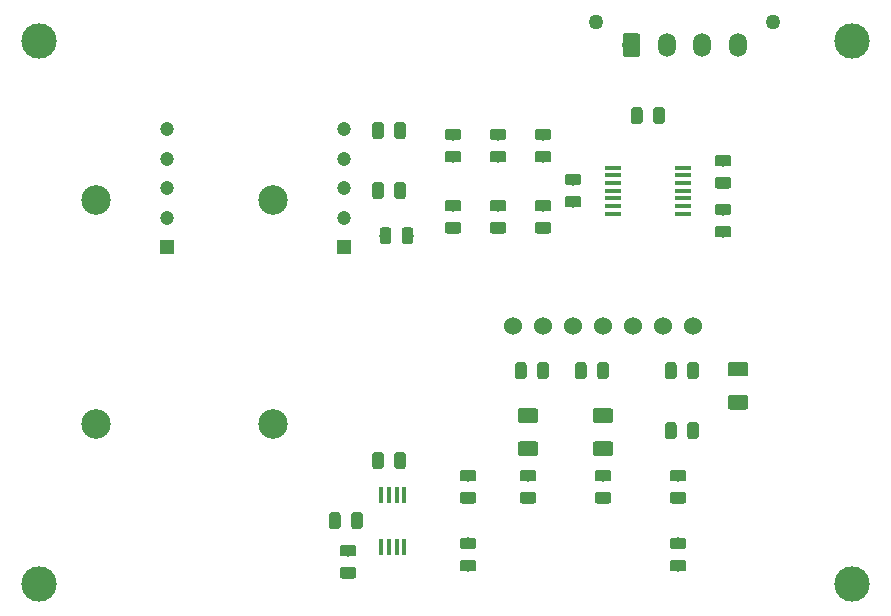
<source format=gbr>
G04 #@! TF.GenerationSoftware,KiCad,Pcbnew,(5.0.0)*
G04 #@! TF.CreationDate,2019-11-16T13:45:37-06:00*
G04 #@! TF.ProjectId,current sensor board,63757272656E742073656E736F722062,rev?*
G04 #@! TF.SameCoordinates,Original*
G04 #@! TF.FileFunction,Soldermask,Top*
G04 #@! TF.FilePolarity,Negative*
%FSLAX46Y46*%
G04 Gerber Fmt 4.6, Leading zero omitted, Abs format (unit mm)*
G04 Created by KiCad (PCBNEW (5.0.0)) date 11/16/19 13:45:37*
%MOMM*%
%LPD*%
G01*
G04 APERTURE LIST*
%ADD10C,3.000000*%
%ADD11R,0.450000X1.450000*%
%ADD12C,1.524000*%
%ADD13C,0.100000*%
%ADD14C,0.975000*%
%ADD15O,1.500000X2.020000*%
%ADD16C,1.500000*%
%ADD17C,1.270000*%
%ADD18C,1.250000*%
%ADD19C,2.500000*%
%ADD20C,1.200000*%
%ADD21R,1.200000X1.200000*%
%ADD22R,1.450000X0.450000*%
G04 APERTURE END LIST*
D10*
G04 #@! TO.C,H4*
X154432000Y-62230000D03*
G04 #@! TD*
G04 #@! TO.C,H3*
X154432000Y-108204000D03*
G04 #@! TD*
G04 #@! TO.C,H2*
X85598000Y-108204000D03*
G04 #@! TD*
G04 #@! TO.C,H1*
X85598000Y-62230000D03*
G04 #@! TD*
D11*
G04 #@! TO.C,U1*
X116545000Y-100670000D03*
X115895000Y-100670000D03*
X115245000Y-100670000D03*
X114595000Y-100670000D03*
X114595000Y-105070000D03*
X115245000Y-105070000D03*
X115895000Y-105070000D03*
X116545000Y-105070000D03*
G04 #@! TD*
D12*
G04 #@! TO.C,U2*
X140970000Y-86360000D03*
X138430000Y-86360000D03*
X135890000Y-86360000D03*
X133350000Y-86360000D03*
X130810000Y-86360000D03*
X128270000Y-86360000D03*
X125730000Y-86360000D03*
G04 #@! TD*
D13*
G04 #@! TO.C,C1*
G36*
X141237642Y-89471174D02*
X141261303Y-89474684D01*
X141284507Y-89480496D01*
X141307029Y-89488554D01*
X141328653Y-89498782D01*
X141349170Y-89511079D01*
X141368383Y-89525329D01*
X141386107Y-89541393D01*
X141402171Y-89559117D01*
X141416421Y-89578330D01*
X141428718Y-89598847D01*
X141438946Y-89620471D01*
X141447004Y-89642993D01*
X141452816Y-89666197D01*
X141456326Y-89689858D01*
X141457500Y-89713750D01*
X141457500Y-90626250D01*
X141456326Y-90650142D01*
X141452816Y-90673803D01*
X141447004Y-90697007D01*
X141438946Y-90719529D01*
X141428718Y-90741153D01*
X141416421Y-90761670D01*
X141402171Y-90780883D01*
X141386107Y-90798607D01*
X141368383Y-90814671D01*
X141349170Y-90828921D01*
X141328653Y-90841218D01*
X141307029Y-90851446D01*
X141284507Y-90859504D01*
X141261303Y-90865316D01*
X141237642Y-90868826D01*
X141213750Y-90870000D01*
X140726250Y-90870000D01*
X140702358Y-90868826D01*
X140678697Y-90865316D01*
X140655493Y-90859504D01*
X140632971Y-90851446D01*
X140611347Y-90841218D01*
X140590830Y-90828921D01*
X140571617Y-90814671D01*
X140553893Y-90798607D01*
X140537829Y-90780883D01*
X140523579Y-90761670D01*
X140511282Y-90741153D01*
X140501054Y-90719529D01*
X140492996Y-90697007D01*
X140487184Y-90673803D01*
X140483674Y-90650142D01*
X140482500Y-90626250D01*
X140482500Y-89713750D01*
X140483674Y-89689858D01*
X140487184Y-89666197D01*
X140492996Y-89642993D01*
X140501054Y-89620471D01*
X140511282Y-89598847D01*
X140523579Y-89578330D01*
X140537829Y-89559117D01*
X140553893Y-89541393D01*
X140571617Y-89525329D01*
X140590830Y-89511079D01*
X140611347Y-89498782D01*
X140632971Y-89488554D01*
X140655493Y-89480496D01*
X140678697Y-89474684D01*
X140702358Y-89471174D01*
X140726250Y-89470000D01*
X141213750Y-89470000D01*
X141237642Y-89471174D01*
X141237642Y-89471174D01*
G37*
D14*
X140970000Y-90170000D03*
D13*
G36*
X139362642Y-89471174D02*
X139386303Y-89474684D01*
X139409507Y-89480496D01*
X139432029Y-89488554D01*
X139453653Y-89498782D01*
X139474170Y-89511079D01*
X139493383Y-89525329D01*
X139511107Y-89541393D01*
X139527171Y-89559117D01*
X139541421Y-89578330D01*
X139553718Y-89598847D01*
X139563946Y-89620471D01*
X139572004Y-89642993D01*
X139577816Y-89666197D01*
X139581326Y-89689858D01*
X139582500Y-89713750D01*
X139582500Y-90626250D01*
X139581326Y-90650142D01*
X139577816Y-90673803D01*
X139572004Y-90697007D01*
X139563946Y-90719529D01*
X139553718Y-90741153D01*
X139541421Y-90761670D01*
X139527171Y-90780883D01*
X139511107Y-90798607D01*
X139493383Y-90814671D01*
X139474170Y-90828921D01*
X139453653Y-90841218D01*
X139432029Y-90851446D01*
X139409507Y-90859504D01*
X139386303Y-90865316D01*
X139362642Y-90868826D01*
X139338750Y-90870000D01*
X138851250Y-90870000D01*
X138827358Y-90868826D01*
X138803697Y-90865316D01*
X138780493Y-90859504D01*
X138757971Y-90851446D01*
X138736347Y-90841218D01*
X138715830Y-90828921D01*
X138696617Y-90814671D01*
X138678893Y-90798607D01*
X138662829Y-90780883D01*
X138648579Y-90761670D01*
X138636282Y-90741153D01*
X138626054Y-90719529D01*
X138617996Y-90697007D01*
X138612184Y-90673803D01*
X138608674Y-90650142D01*
X138607500Y-90626250D01*
X138607500Y-89713750D01*
X138608674Y-89689858D01*
X138612184Y-89666197D01*
X138617996Y-89642993D01*
X138626054Y-89620471D01*
X138636282Y-89598847D01*
X138648579Y-89578330D01*
X138662829Y-89559117D01*
X138678893Y-89541393D01*
X138696617Y-89525329D01*
X138715830Y-89511079D01*
X138736347Y-89498782D01*
X138757971Y-89488554D01*
X138780493Y-89480496D01*
X138803697Y-89474684D01*
X138827358Y-89471174D01*
X138851250Y-89470000D01*
X139338750Y-89470000D01*
X139362642Y-89471174D01*
X139362642Y-89471174D01*
G37*
D14*
X139095000Y-90170000D03*
G04 #@! TD*
D13*
G04 #@! TO.C,C2*
G36*
X110914642Y-102171174D02*
X110938303Y-102174684D01*
X110961507Y-102180496D01*
X110984029Y-102188554D01*
X111005653Y-102198782D01*
X111026170Y-102211079D01*
X111045383Y-102225329D01*
X111063107Y-102241393D01*
X111079171Y-102259117D01*
X111093421Y-102278330D01*
X111105718Y-102298847D01*
X111115946Y-102320471D01*
X111124004Y-102342993D01*
X111129816Y-102366197D01*
X111133326Y-102389858D01*
X111134500Y-102413750D01*
X111134500Y-103326250D01*
X111133326Y-103350142D01*
X111129816Y-103373803D01*
X111124004Y-103397007D01*
X111115946Y-103419529D01*
X111105718Y-103441153D01*
X111093421Y-103461670D01*
X111079171Y-103480883D01*
X111063107Y-103498607D01*
X111045383Y-103514671D01*
X111026170Y-103528921D01*
X111005653Y-103541218D01*
X110984029Y-103551446D01*
X110961507Y-103559504D01*
X110938303Y-103565316D01*
X110914642Y-103568826D01*
X110890750Y-103570000D01*
X110403250Y-103570000D01*
X110379358Y-103568826D01*
X110355697Y-103565316D01*
X110332493Y-103559504D01*
X110309971Y-103551446D01*
X110288347Y-103541218D01*
X110267830Y-103528921D01*
X110248617Y-103514671D01*
X110230893Y-103498607D01*
X110214829Y-103480883D01*
X110200579Y-103461670D01*
X110188282Y-103441153D01*
X110178054Y-103419529D01*
X110169996Y-103397007D01*
X110164184Y-103373803D01*
X110160674Y-103350142D01*
X110159500Y-103326250D01*
X110159500Y-102413750D01*
X110160674Y-102389858D01*
X110164184Y-102366197D01*
X110169996Y-102342993D01*
X110178054Y-102320471D01*
X110188282Y-102298847D01*
X110200579Y-102278330D01*
X110214829Y-102259117D01*
X110230893Y-102241393D01*
X110248617Y-102225329D01*
X110267830Y-102211079D01*
X110288347Y-102198782D01*
X110309971Y-102188554D01*
X110332493Y-102180496D01*
X110355697Y-102174684D01*
X110379358Y-102171174D01*
X110403250Y-102170000D01*
X110890750Y-102170000D01*
X110914642Y-102171174D01*
X110914642Y-102171174D01*
G37*
D14*
X110647000Y-102870000D03*
D13*
G36*
X112789642Y-102171174D02*
X112813303Y-102174684D01*
X112836507Y-102180496D01*
X112859029Y-102188554D01*
X112880653Y-102198782D01*
X112901170Y-102211079D01*
X112920383Y-102225329D01*
X112938107Y-102241393D01*
X112954171Y-102259117D01*
X112968421Y-102278330D01*
X112980718Y-102298847D01*
X112990946Y-102320471D01*
X112999004Y-102342993D01*
X113004816Y-102366197D01*
X113008326Y-102389858D01*
X113009500Y-102413750D01*
X113009500Y-103326250D01*
X113008326Y-103350142D01*
X113004816Y-103373803D01*
X112999004Y-103397007D01*
X112990946Y-103419529D01*
X112980718Y-103441153D01*
X112968421Y-103461670D01*
X112954171Y-103480883D01*
X112938107Y-103498607D01*
X112920383Y-103514671D01*
X112901170Y-103528921D01*
X112880653Y-103541218D01*
X112859029Y-103551446D01*
X112836507Y-103559504D01*
X112813303Y-103565316D01*
X112789642Y-103568826D01*
X112765750Y-103570000D01*
X112278250Y-103570000D01*
X112254358Y-103568826D01*
X112230697Y-103565316D01*
X112207493Y-103559504D01*
X112184971Y-103551446D01*
X112163347Y-103541218D01*
X112142830Y-103528921D01*
X112123617Y-103514671D01*
X112105893Y-103498607D01*
X112089829Y-103480883D01*
X112075579Y-103461670D01*
X112063282Y-103441153D01*
X112053054Y-103419529D01*
X112044996Y-103397007D01*
X112039184Y-103373803D01*
X112035674Y-103350142D01*
X112034500Y-103326250D01*
X112034500Y-102413750D01*
X112035674Y-102389858D01*
X112039184Y-102366197D01*
X112044996Y-102342993D01*
X112053054Y-102320471D01*
X112063282Y-102298847D01*
X112075579Y-102278330D01*
X112089829Y-102259117D01*
X112105893Y-102241393D01*
X112123617Y-102225329D01*
X112142830Y-102211079D01*
X112163347Y-102198782D01*
X112184971Y-102188554D01*
X112207493Y-102180496D01*
X112230697Y-102174684D01*
X112254358Y-102171174D01*
X112278250Y-102170000D01*
X112765750Y-102170000D01*
X112789642Y-102171174D01*
X112789642Y-102171174D01*
G37*
D14*
X112522000Y-102870000D03*
G04 #@! TD*
D13*
G04 #@! TO.C,C3*
G36*
X112240142Y-106798674D02*
X112263803Y-106802184D01*
X112287007Y-106807996D01*
X112309529Y-106816054D01*
X112331153Y-106826282D01*
X112351670Y-106838579D01*
X112370883Y-106852829D01*
X112388607Y-106868893D01*
X112404671Y-106886617D01*
X112418921Y-106905830D01*
X112431218Y-106926347D01*
X112441446Y-106947971D01*
X112449504Y-106970493D01*
X112455316Y-106993697D01*
X112458826Y-107017358D01*
X112460000Y-107041250D01*
X112460000Y-107528750D01*
X112458826Y-107552642D01*
X112455316Y-107576303D01*
X112449504Y-107599507D01*
X112441446Y-107622029D01*
X112431218Y-107643653D01*
X112418921Y-107664170D01*
X112404671Y-107683383D01*
X112388607Y-107701107D01*
X112370883Y-107717171D01*
X112351670Y-107731421D01*
X112331153Y-107743718D01*
X112309529Y-107753946D01*
X112287007Y-107762004D01*
X112263803Y-107767816D01*
X112240142Y-107771326D01*
X112216250Y-107772500D01*
X111303750Y-107772500D01*
X111279858Y-107771326D01*
X111256197Y-107767816D01*
X111232993Y-107762004D01*
X111210471Y-107753946D01*
X111188847Y-107743718D01*
X111168330Y-107731421D01*
X111149117Y-107717171D01*
X111131393Y-107701107D01*
X111115329Y-107683383D01*
X111101079Y-107664170D01*
X111088782Y-107643653D01*
X111078554Y-107622029D01*
X111070496Y-107599507D01*
X111064684Y-107576303D01*
X111061174Y-107552642D01*
X111060000Y-107528750D01*
X111060000Y-107041250D01*
X111061174Y-107017358D01*
X111064684Y-106993697D01*
X111070496Y-106970493D01*
X111078554Y-106947971D01*
X111088782Y-106926347D01*
X111101079Y-106905830D01*
X111115329Y-106886617D01*
X111131393Y-106868893D01*
X111149117Y-106852829D01*
X111168330Y-106838579D01*
X111188847Y-106826282D01*
X111210471Y-106816054D01*
X111232993Y-106807996D01*
X111256197Y-106802184D01*
X111279858Y-106798674D01*
X111303750Y-106797500D01*
X112216250Y-106797500D01*
X112240142Y-106798674D01*
X112240142Y-106798674D01*
G37*
D14*
X111760000Y-107285000D03*
D13*
G36*
X112240142Y-104923674D02*
X112263803Y-104927184D01*
X112287007Y-104932996D01*
X112309529Y-104941054D01*
X112331153Y-104951282D01*
X112351670Y-104963579D01*
X112370883Y-104977829D01*
X112388607Y-104993893D01*
X112404671Y-105011617D01*
X112418921Y-105030830D01*
X112431218Y-105051347D01*
X112441446Y-105072971D01*
X112449504Y-105095493D01*
X112455316Y-105118697D01*
X112458826Y-105142358D01*
X112460000Y-105166250D01*
X112460000Y-105653750D01*
X112458826Y-105677642D01*
X112455316Y-105701303D01*
X112449504Y-105724507D01*
X112441446Y-105747029D01*
X112431218Y-105768653D01*
X112418921Y-105789170D01*
X112404671Y-105808383D01*
X112388607Y-105826107D01*
X112370883Y-105842171D01*
X112351670Y-105856421D01*
X112331153Y-105868718D01*
X112309529Y-105878946D01*
X112287007Y-105887004D01*
X112263803Y-105892816D01*
X112240142Y-105896326D01*
X112216250Y-105897500D01*
X111303750Y-105897500D01*
X111279858Y-105896326D01*
X111256197Y-105892816D01*
X111232993Y-105887004D01*
X111210471Y-105878946D01*
X111188847Y-105868718D01*
X111168330Y-105856421D01*
X111149117Y-105842171D01*
X111131393Y-105826107D01*
X111115329Y-105808383D01*
X111101079Y-105789170D01*
X111088782Y-105768653D01*
X111078554Y-105747029D01*
X111070496Y-105724507D01*
X111064684Y-105701303D01*
X111061174Y-105677642D01*
X111060000Y-105653750D01*
X111060000Y-105166250D01*
X111061174Y-105142358D01*
X111064684Y-105118697D01*
X111070496Y-105095493D01*
X111078554Y-105072971D01*
X111088782Y-105051347D01*
X111101079Y-105030830D01*
X111115329Y-105011617D01*
X111131393Y-104993893D01*
X111149117Y-104977829D01*
X111168330Y-104963579D01*
X111188847Y-104951282D01*
X111210471Y-104941054D01*
X111232993Y-104932996D01*
X111256197Y-104927184D01*
X111279858Y-104923674D01*
X111303750Y-104922500D01*
X112216250Y-104922500D01*
X112240142Y-104923674D01*
X112240142Y-104923674D01*
G37*
D14*
X111760000Y-105410000D03*
G04 #@! TD*
D13*
G04 #@! TO.C,C4*
G36*
X141237642Y-94551174D02*
X141261303Y-94554684D01*
X141284507Y-94560496D01*
X141307029Y-94568554D01*
X141328653Y-94578782D01*
X141349170Y-94591079D01*
X141368383Y-94605329D01*
X141386107Y-94621393D01*
X141402171Y-94639117D01*
X141416421Y-94658330D01*
X141428718Y-94678847D01*
X141438946Y-94700471D01*
X141447004Y-94722993D01*
X141452816Y-94746197D01*
X141456326Y-94769858D01*
X141457500Y-94793750D01*
X141457500Y-95706250D01*
X141456326Y-95730142D01*
X141452816Y-95753803D01*
X141447004Y-95777007D01*
X141438946Y-95799529D01*
X141428718Y-95821153D01*
X141416421Y-95841670D01*
X141402171Y-95860883D01*
X141386107Y-95878607D01*
X141368383Y-95894671D01*
X141349170Y-95908921D01*
X141328653Y-95921218D01*
X141307029Y-95931446D01*
X141284507Y-95939504D01*
X141261303Y-95945316D01*
X141237642Y-95948826D01*
X141213750Y-95950000D01*
X140726250Y-95950000D01*
X140702358Y-95948826D01*
X140678697Y-95945316D01*
X140655493Y-95939504D01*
X140632971Y-95931446D01*
X140611347Y-95921218D01*
X140590830Y-95908921D01*
X140571617Y-95894671D01*
X140553893Y-95878607D01*
X140537829Y-95860883D01*
X140523579Y-95841670D01*
X140511282Y-95821153D01*
X140501054Y-95799529D01*
X140492996Y-95777007D01*
X140487184Y-95753803D01*
X140483674Y-95730142D01*
X140482500Y-95706250D01*
X140482500Y-94793750D01*
X140483674Y-94769858D01*
X140487184Y-94746197D01*
X140492996Y-94722993D01*
X140501054Y-94700471D01*
X140511282Y-94678847D01*
X140523579Y-94658330D01*
X140537829Y-94639117D01*
X140553893Y-94621393D01*
X140571617Y-94605329D01*
X140590830Y-94591079D01*
X140611347Y-94578782D01*
X140632971Y-94568554D01*
X140655493Y-94560496D01*
X140678697Y-94554684D01*
X140702358Y-94551174D01*
X140726250Y-94550000D01*
X141213750Y-94550000D01*
X141237642Y-94551174D01*
X141237642Y-94551174D01*
G37*
D14*
X140970000Y-95250000D03*
D13*
G36*
X139362642Y-94551174D02*
X139386303Y-94554684D01*
X139409507Y-94560496D01*
X139432029Y-94568554D01*
X139453653Y-94578782D01*
X139474170Y-94591079D01*
X139493383Y-94605329D01*
X139511107Y-94621393D01*
X139527171Y-94639117D01*
X139541421Y-94658330D01*
X139553718Y-94678847D01*
X139563946Y-94700471D01*
X139572004Y-94722993D01*
X139577816Y-94746197D01*
X139581326Y-94769858D01*
X139582500Y-94793750D01*
X139582500Y-95706250D01*
X139581326Y-95730142D01*
X139577816Y-95753803D01*
X139572004Y-95777007D01*
X139563946Y-95799529D01*
X139553718Y-95821153D01*
X139541421Y-95841670D01*
X139527171Y-95860883D01*
X139511107Y-95878607D01*
X139493383Y-95894671D01*
X139474170Y-95908921D01*
X139453653Y-95921218D01*
X139432029Y-95931446D01*
X139409507Y-95939504D01*
X139386303Y-95945316D01*
X139362642Y-95948826D01*
X139338750Y-95950000D01*
X138851250Y-95950000D01*
X138827358Y-95948826D01*
X138803697Y-95945316D01*
X138780493Y-95939504D01*
X138757971Y-95931446D01*
X138736347Y-95921218D01*
X138715830Y-95908921D01*
X138696617Y-95894671D01*
X138678893Y-95878607D01*
X138662829Y-95860883D01*
X138648579Y-95841670D01*
X138636282Y-95821153D01*
X138626054Y-95799529D01*
X138617996Y-95777007D01*
X138612184Y-95753803D01*
X138608674Y-95730142D01*
X138607500Y-95706250D01*
X138607500Y-94793750D01*
X138608674Y-94769858D01*
X138612184Y-94746197D01*
X138617996Y-94722993D01*
X138626054Y-94700471D01*
X138636282Y-94678847D01*
X138648579Y-94658330D01*
X138662829Y-94639117D01*
X138678893Y-94621393D01*
X138696617Y-94605329D01*
X138715830Y-94591079D01*
X138736347Y-94578782D01*
X138757971Y-94568554D01*
X138780493Y-94560496D01*
X138803697Y-94554684D01*
X138827358Y-94551174D01*
X138851250Y-94550000D01*
X139338750Y-94550000D01*
X139362642Y-94551174D01*
X139362642Y-94551174D01*
G37*
D14*
X139095000Y-95250000D03*
G04 #@! TD*
D13*
G04 #@! TO.C,C5*
G36*
X133617642Y-89471174D02*
X133641303Y-89474684D01*
X133664507Y-89480496D01*
X133687029Y-89488554D01*
X133708653Y-89498782D01*
X133729170Y-89511079D01*
X133748383Y-89525329D01*
X133766107Y-89541393D01*
X133782171Y-89559117D01*
X133796421Y-89578330D01*
X133808718Y-89598847D01*
X133818946Y-89620471D01*
X133827004Y-89642993D01*
X133832816Y-89666197D01*
X133836326Y-89689858D01*
X133837500Y-89713750D01*
X133837500Y-90626250D01*
X133836326Y-90650142D01*
X133832816Y-90673803D01*
X133827004Y-90697007D01*
X133818946Y-90719529D01*
X133808718Y-90741153D01*
X133796421Y-90761670D01*
X133782171Y-90780883D01*
X133766107Y-90798607D01*
X133748383Y-90814671D01*
X133729170Y-90828921D01*
X133708653Y-90841218D01*
X133687029Y-90851446D01*
X133664507Y-90859504D01*
X133641303Y-90865316D01*
X133617642Y-90868826D01*
X133593750Y-90870000D01*
X133106250Y-90870000D01*
X133082358Y-90868826D01*
X133058697Y-90865316D01*
X133035493Y-90859504D01*
X133012971Y-90851446D01*
X132991347Y-90841218D01*
X132970830Y-90828921D01*
X132951617Y-90814671D01*
X132933893Y-90798607D01*
X132917829Y-90780883D01*
X132903579Y-90761670D01*
X132891282Y-90741153D01*
X132881054Y-90719529D01*
X132872996Y-90697007D01*
X132867184Y-90673803D01*
X132863674Y-90650142D01*
X132862500Y-90626250D01*
X132862500Y-89713750D01*
X132863674Y-89689858D01*
X132867184Y-89666197D01*
X132872996Y-89642993D01*
X132881054Y-89620471D01*
X132891282Y-89598847D01*
X132903579Y-89578330D01*
X132917829Y-89559117D01*
X132933893Y-89541393D01*
X132951617Y-89525329D01*
X132970830Y-89511079D01*
X132991347Y-89498782D01*
X133012971Y-89488554D01*
X133035493Y-89480496D01*
X133058697Y-89474684D01*
X133082358Y-89471174D01*
X133106250Y-89470000D01*
X133593750Y-89470000D01*
X133617642Y-89471174D01*
X133617642Y-89471174D01*
G37*
D14*
X133350000Y-90170000D03*
D13*
G36*
X131742642Y-89471174D02*
X131766303Y-89474684D01*
X131789507Y-89480496D01*
X131812029Y-89488554D01*
X131833653Y-89498782D01*
X131854170Y-89511079D01*
X131873383Y-89525329D01*
X131891107Y-89541393D01*
X131907171Y-89559117D01*
X131921421Y-89578330D01*
X131933718Y-89598847D01*
X131943946Y-89620471D01*
X131952004Y-89642993D01*
X131957816Y-89666197D01*
X131961326Y-89689858D01*
X131962500Y-89713750D01*
X131962500Y-90626250D01*
X131961326Y-90650142D01*
X131957816Y-90673803D01*
X131952004Y-90697007D01*
X131943946Y-90719529D01*
X131933718Y-90741153D01*
X131921421Y-90761670D01*
X131907171Y-90780883D01*
X131891107Y-90798607D01*
X131873383Y-90814671D01*
X131854170Y-90828921D01*
X131833653Y-90841218D01*
X131812029Y-90851446D01*
X131789507Y-90859504D01*
X131766303Y-90865316D01*
X131742642Y-90868826D01*
X131718750Y-90870000D01*
X131231250Y-90870000D01*
X131207358Y-90868826D01*
X131183697Y-90865316D01*
X131160493Y-90859504D01*
X131137971Y-90851446D01*
X131116347Y-90841218D01*
X131095830Y-90828921D01*
X131076617Y-90814671D01*
X131058893Y-90798607D01*
X131042829Y-90780883D01*
X131028579Y-90761670D01*
X131016282Y-90741153D01*
X131006054Y-90719529D01*
X130997996Y-90697007D01*
X130992184Y-90673803D01*
X130988674Y-90650142D01*
X130987500Y-90626250D01*
X130987500Y-89713750D01*
X130988674Y-89689858D01*
X130992184Y-89666197D01*
X130997996Y-89642993D01*
X131006054Y-89620471D01*
X131016282Y-89598847D01*
X131028579Y-89578330D01*
X131042829Y-89559117D01*
X131058893Y-89541393D01*
X131076617Y-89525329D01*
X131095830Y-89511079D01*
X131116347Y-89498782D01*
X131137971Y-89488554D01*
X131160493Y-89480496D01*
X131183697Y-89474684D01*
X131207358Y-89471174D01*
X131231250Y-89470000D01*
X131718750Y-89470000D01*
X131742642Y-89471174D01*
X131742642Y-89471174D01*
G37*
D14*
X131475000Y-90170000D03*
G04 #@! TD*
D13*
G04 #@! TO.C,C6*
G36*
X126662642Y-89471174D02*
X126686303Y-89474684D01*
X126709507Y-89480496D01*
X126732029Y-89488554D01*
X126753653Y-89498782D01*
X126774170Y-89511079D01*
X126793383Y-89525329D01*
X126811107Y-89541393D01*
X126827171Y-89559117D01*
X126841421Y-89578330D01*
X126853718Y-89598847D01*
X126863946Y-89620471D01*
X126872004Y-89642993D01*
X126877816Y-89666197D01*
X126881326Y-89689858D01*
X126882500Y-89713750D01*
X126882500Y-90626250D01*
X126881326Y-90650142D01*
X126877816Y-90673803D01*
X126872004Y-90697007D01*
X126863946Y-90719529D01*
X126853718Y-90741153D01*
X126841421Y-90761670D01*
X126827171Y-90780883D01*
X126811107Y-90798607D01*
X126793383Y-90814671D01*
X126774170Y-90828921D01*
X126753653Y-90841218D01*
X126732029Y-90851446D01*
X126709507Y-90859504D01*
X126686303Y-90865316D01*
X126662642Y-90868826D01*
X126638750Y-90870000D01*
X126151250Y-90870000D01*
X126127358Y-90868826D01*
X126103697Y-90865316D01*
X126080493Y-90859504D01*
X126057971Y-90851446D01*
X126036347Y-90841218D01*
X126015830Y-90828921D01*
X125996617Y-90814671D01*
X125978893Y-90798607D01*
X125962829Y-90780883D01*
X125948579Y-90761670D01*
X125936282Y-90741153D01*
X125926054Y-90719529D01*
X125917996Y-90697007D01*
X125912184Y-90673803D01*
X125908674Y-90650142D01*
X125907500Y-90626250D01*
X125907500Y-89713750D01*
X125908674Y-89689858D01*
X125912184Y-89666197D01*
X125917996Y-89642993D01*
X125926054Y-89620471D01*
X125936282Y-89598847D01*
X125948579Y-89578330D01*
X125962829Y-89559117D01*
X125978893Y-89541393D01*
X125996617Y-89525329D01*
X126015830Y-89511079D01*
X126036347Y-89498782D01*
X126057971Y-89488554D01*
X126080493Y-89480496D01*
X126103697Y-89474684D01*
X126127358Y-89471174D01*
X126151250Y-89470000D01*
X126638750Y-89470000D01*
X126662642Y-89471174D01*
X126662642Y-89471174D01*
G37*
D14*
X126395000Y-90170000D03*
D13*
G36*
X128537642Y-89471174D02*
X128561303Y-89474684D01*
X128584507Y-89480496D01*
X128607029Y-89488554D01*
X128628653Y-89498782D01*
X128649170Y-89511079D01*
X128668383Y-89525329D01*
X128686107Y-89541393D01*
X128702171Y-89559117D01*
X128716421Y-89578330D01*
X128728718Y-89598847D01*
X128738946Y-89620471D01*
X128747004Y-89642993D01*
X128752816Y-89666197D01*
X128756326Y-89689858D01*
X128757500Y-89713750D01*
X128757500Y-90626250D01*
X128756326Y-90650142D01*
X128752816Y-90673803D01*
X128747004Y-90697007D01*
X128738946Y-90719529D01*
X128728718Y-90741153D01*
X128716421Y-90761670D01*
X128702171Y-90780883D01*
X128686107Y-90798607D01*
X128668383Y-90814671D01*
X128649170Y-90828921D01*
X128628653Y-90841218D01*
X128607029Y-90851446D01*
X128584507Y-90859504D01*
X128561303Y-90865316D01*
X128537642Y-90868826D01*
X128513750Y-90870000D01*
X128026250Y-90870000D01*
X128002358Y-90868826D01*
X127978697Y-90865316D01*
X127955493Y-90859504D01*
X127932971Y-90851446D01*
X127911347Y-90841218D01*
X127890830Y-90828921D01*
X127871617Y-90814671D01*
X127853893Y-90798607D01*
X127837829Y-90780883D01*
X127823579Y-90761670D01*
X127811282Y-90741153D01*
X127801054Y-90719529D01*
X127792996Y-90697007D01*
X127787184Y-90673803D01*
X127783674Y-90650142D01*
X127782500Y-90626250D01*
X127782500Y-89713750D01*
X127783674Y-89689858D01*
X127787184Y-89666197D01*
X127792996Y-89642993D01*
X127801054Y-89620471D01*
X127811282Y-89598847D01*
X127823579Y-89578330D01*
X127837829Y-89559117D01*
X127853893Y-89541393D01*
X127871617Y-89525329D01*
X127890830Y-89511079D01*
X127911347Y-89498782D01*
X127932971Y-89488554D01*
X127955493Y-89480496D01*
X127978697Y-89474684D01*
X128002358Y-89471174D01*
X128026250Y-89470000D01*
X128513750Y-89470000D01*
X128537642Y-89471174D01*
X128537642Y-89471174D01*
G37*
D14*
X128270000Y-90170000D03*
G04 #@! TD*
D13*
G04 #@! TO.C,C7*
G36*
X116442642Y-97091174D02*
X116466303Y-97094684D01*
X116489507Y-97100496D01*
X116512029Y-97108554D01*
X116533653Y-97118782D01*
X116554170Y-97131079D01*
X116573383Y-97145329D01*
X116591107Y-97161393D01*
X116607171Y-97179117D01*
X116621421Y-97198330D01*
X116633718Y-97218847D01*
X116643946Y-97240471D01*
X116652004Y-97262993D01*
X116657816Y-97286197D01*
X116661326Y-97309858D01*
X116662500Y-97333750D01*
X116662500Y-98246250D01*
X116661326Y-98270142D01*
X116657816Y-98293803D01*
X116652004Y-98317007D01*
X116643946Y-98339529D01*
X116633718Y-98361153D01*
X116621421Y-98381670D01*
X116607171Y-98400883D01*
X116591107Y-98418607D01*
X116573383Y-98434671D01*
X116554170Y-98448921D01*
X116533653Y-98461218D01*
X116512029Y-98471446D01*
X116489507Y-98479504D01*
X116466303Y-98485316D01*
X116442642Y-98488826D01*
X116418750Y-98490000D01*
X115931250Y-98490000D01*
X115907358Y-98488826D01*
X115883697Y-98485316D01*
X115860493Y-98479504D01*
X115837971Y-98471446D01*
X115816347Y-98461218D01*
X115795830Y-98448921D01*
X115776617Y-98434671D01*
X115758893Y-98418607D01*
X115742829Y-98400883D01*
X115728579Y-98381670D01*
X115716282Y-98361153D01*
X115706054Y-98339529D01*
X115697996Y-98317007D01*
X115692184Y-98293803D01*
X115688674Y-98270142D01*
X115687500Y-98246250D01*
X115687500Y-97333750D01*
X115688674Y-97309858D01*
X115692184Y-97286197D01*
X115697996Y-97262993D01*
X115706054Y-97240471D01*
X115716282Y-97218847D01*
X115728579Y-97198330D01*
X115742829Y-97179117D01*
X115758893Y-97161393D01*
X115776617Y-97145329D01*
X115795830Y-97131079D01*
X115816347Y-97118782D01*
X115837971Y-97108554D01*
X115860493Y-97100496D01*
X115883697Y-97094684D01*
X115907358Y-97091174D01*
X115931250Y-97090000D01*
X116418750Y-97090000D01*
X116442642Y-97091174D01*
X116442642Y-97091174D01*
G37*
D14*
X116175000Y-97790000D03*
D13*
G36*
X114567642Y-97091174D02*
X114591303Y-97094684D01*
X114614507Y-97100496D01*
X114637029Y-97108554D01*
X114658653Y-97118782D01*
X114679170Y-97131079D01*
X114698383Y-97145329D01*
X114716107Y-97161393D01*
X114732171Y-97179117D01*
X114746421Y-97198330D01*
X114758718Y-97218847D01*
X114768946Y-97240471D01*
X114777004Y-97262993D01*
X114782816Y-97286197D01*
X114786326Y-97309858D01*
X114787500Y-97333750D01*
X114787500Y-98246250D01*
X114786326Y-98270142D01*
X114782816Y-98293803D01*
X114777004Y-98317007D01*
X114768946Y-98339529D01*
X114758718Y-98361153D01*
X114746421Y-98381670D01*
X114732171Y-98400883D01*
X114716107Y-98418607D01*
X114698383Y-98434671D01*
X114679170Y-98448921D01*
X114658653Y-98461218D01*
X114637029Y-98471446D01*
X114614507Y-98479504D01*
X114591303Y-98485316D01*
X114567642Y-98488826D01*
X114543750Y-98490000D01*
X114056250Y-98490000D01*
X114032358Y-98488826D01*
X114008697Y-98485316D01*
X113985493Y-98479504D01*
X113962971Y-98471446D01*
X113941347Y-98461218D01*
X113920830Y-98448921D01*
X113901617Y-98434671D01*
X113883893Y-98418607D01*
X113867829Y-98400883D01*
X113853579Y-98381670D01*
X113841282Y-98361153D01*
X113831054Y-98339529D01*
X113822996Y-98317007D01*
X113817184Y-98293803D01*
X113813674Y-98270142D01*
X113812500Y-98246250D01*
X113812500Y-97333750D01*
X113813674Y-97309858D01*
X113817184Y-97286197D01*
X113822996Y-97262993D01*
X113831054Y-97240471D01*
X113841282Y-97218847D01*
X113853579Y-97198330D01*
X113867829Y-97179117D01*
X113883893Y-97161393D01*
X113901617Y-97145329D01*
X113920830Y-97131079D01*
X113941347Y-97118782D01*
X113962971Y-97108554D01*
X113985493Y-97100496D01*
X114008697Y-97094684D01*
X114032358Y-97091174D01*
X114056250Y-97090000D01*
X114543750Y-97090000D01*
X114567642Y-97091174D01*
X114567642Y-97091174D01*
G37*
D14*
X114300000Y-97790000D03*
G04 #@! TD*
D13*
G04 #@! TO.C,C8*
G36*
X133830142Y-98573674D02*
X133853803Y-98577184D01*
X133877007Y-98582996D01*
X133899529Y-98591054D01*
X133921153Y-98601282D01*
X133941670Y-98613579D01*
X133960883Y-98627829D01*
X133978607Y-98643893D01*
X133994671Y-98661617D01*
X134008921Y-98680830D01*
X134021218Y-98701347D01*
X134031446Y-98722971D01*
X134039504Y-98745493D01*
X134045316Y-98768697D01*
X134048826Y-98792358D01*
X134050000Y-98816250D01*
X134050000Y-99303750D01*
X134048826Y-99327642D01*
X134045316Y-99351303D01*
X134039504Y-99374507D01*
X134031446Y-99397029D01*
X134021218Y-99418653D01*
X134008921Y-99439170D01*
X133994671Y-99458383D01*
X133978607Y-99476107D01*
X133960883Y-99492171D01*
X133941670Y-99506421D01*
X133921153Y-99518718D01*
X133899529Y-99528946D01*
X133877007Y-99537004D01*
X133853803Y-99542816D01*
X133830142Y-99546326D01*
X133806250Y-99547500D01*
X132893750Y-99547500D01*
X132869858Y-99546326D01*
X132846197Y-99542816D01*
X132822993Y-99537004D01*
X132800471Y-99528946D01*
X132778847Y-99518718D01*
X132758330Y-99506421D01*
X132739117Y-99492171D01*
X132721393Y-99476107D01*
X132705329Y-99458383D01*
X132691079Y-99439170D01*
X132678782Y-99418653D01*
X132668554Y-99397029D01*
X132660496Y-99374507D01*
X132654684Y-99351303D01*
X132651174Y-99327642D01*
X132650000Y-99303750D01*
X132650000Y-98816250D01*
X132651174Y-98792358D01*
X132654684Y-98768697D01*
X132660496Y-98745493D01*
X132668554Y-98722971D01*
X132678782Y-98701347D01*
X132691079Y-98680830D01*
X132705329Y-98661617D01*
X132721393Y-98643893D01*
X132739117Y-98627829D01*
X132758330Y-98613579D01*
X132778847Y-98601282D01*
X132800471Y-98591054D01*
X132822993Y-98582996D01*
X132846197Y-98577184D01*
X132869858Y-98573674D01*
X132893750Y-98572500D01*
X133806250Y-98572500D01*
X133830142Y-98573674D01*
X133830142Y-98573674D01*
G37*
D14*
X133350000Y-99060000D03*
D13*
G36*
X133830142Y-100448674D02*
X133853803Y-100452184D01*
X133877007Y-100457996D01*
X133899529Y-100466054D01*
X133921153Y-100476282D01*
X133941670Y-100488579D01*
X133960883Y-100502829D01*
X133978607Y-100518893D01*
X133994671Y-100536617D01*
X134008921Y-100555830D01*
X134021218Y-100576347D01*
X134031446Y-100597971D01*
X134039504Y-100620493D01*
X134045316Y-100643697D01*
X134048826Y-100667358D01*
X134050000Y-100691250D01*
X134050000Y-101178750D01*
X134048826Y-101202642D01*
X134045316Y-101226303D01*
X134039504Y-101249507D01*
X134031446Y-101272029D01*
X134021218Y-101293653D01*
X134008921Y-101314170D01*
X133994671Y-101333383D01*
X133978607Y-101351107D01*
X133960883Y-101367171D01*
X133941670Y-101381421D01*
X133921153Y-101393718D01*
X133899529Y-101403946D01*
X133877007Y-101412004D01*
X133853803Y-101417816D01*
X133830142Y-101421326D01*
X133806250Y-101422500D01*
X132893750Y-101422500D01*
X132869858Y-101421326D01*
X132846197Y-101417816D01*
X132822993Y-101412004D01*
X132800471Y-101403946D01*
X132778847Y-101393718D01*
X132758330Y-101381421D01*
X132739117Y-101367171D01*
X132721393Y-101351107D01*
X132705329Y-101333383D01*
X132691079Y-101314170D01*
X132678782Y-101293653D01*
X132668554Y-101272029D01*
X132660496Y-101249507D01*
X132654684Y-101226303D01*
X132651174Y-101202642D01*
X132650000Y-101178750D01*
X132650000Y-100691250D01*
X132651174Y-100667358D01*
X132654684Y-100643697D01*
X132660496Y-100620493D01*
X132668554Y-100597971D01*
X132678782Y-100576347D01*
X132691079Y-100555830D01*
X132705329Y-100536617D01*
X132721393Y-100518893D01*
X132739117Y-100502829D01*
X132758330Y-100488579D01*
X132778847Y-100476282D01*
X132800471Y-100466054D01*
X132822993Y-100457996D01*
X132846197Y-100452184D01*
X132869858Y-100448674D01*
X132893750Y-100447500D01*
X133806250Y-100447500D01*
X133830142Y-100448674D01*
X133830142Y-100448674D01*
G37*
D14*
X133350000Y-100935000D03*
G04 #@! TD*
D13*
G04 #@! TO.C,C9*
G36*
X127480142Y-100448674D02*
X127503803Y-100452184D01*
X127527007Y-100457996D01*
X127549529Y-100466054D01*
X127571153Y-100476282D01*
X127591670Y-100488579D01*
X127610883Y-100502829D01*
X127628607Y-100518893D01*
X127644671Y-100536617D01*
X127658921Y-100555830D01*
X127671218Y-100576347D01*
X127681446Y-100597971D01*
X127689504Y-100620493D01*
X127695316Y-100643697D01*
X127698826Y-100667358D01*
X127700000Y-100691250D01*
X127700000Y-101178750D01*
X127698826Y-101202642D01*
X127695316Y-101226303D01*
X127689504Y-101249507D01*
X127681446Y-101272029D01*
X127671218Y-101293653D01*
X127658921Y-101314170D01*
X127644671Y-101333383D01*
X127628607Y-101351107D01*
X127610883Y-101367171D01*
X127591670Y-101381421D01*
X127571153Y-101393718D01*
X127549529Y-101403946D01*
X127527007Y-101412004D01*
X127503803Y-101417816D01*
X127480142Y-101421326D01*
X127456250Y-101422500D01*
X126543750Y-101422500D01*
X126519858Y-101421326D01*
X126496197Y-101417816D01*
X126472993Y-101412004D01*
X126450471Y-101403946D01*
X126428847Y-101393718D01*
X126408330Y-101381421D01*
X126389117Y-101367171D01*
X126371393Y-101351107D01*
X126355329Y-101333383D01*
X126341079Y-101314170D01*
X126328782Y-101293653D01*
X126318554Y-101272029D01*
X126310496Y-101249507D01*
X126304684Y-101226303D01*
X126301174Y-101202642D01*
X126300000Y-101178750D01*
X126300000Y-100691250D01*
X126301174Y-100667358D01*
X126304684Y-100643697D01*
X126310496Y-100620493D01*
X126318554Y-100597971D01*
X126328782Y-100576347D01*
X126341079Y-100555830D01*
X126355329Y-100536617D01*
X126371393Y-100518893D01*
X126389117Y-100502829D01*
X126408330Y-100488579D01*
X126428847Y-100476282D01*
X126450471Y-100466054D01*
X126472993Y-100457996D01*
X126496197Y-100452184D01*
X126519858Y-100448674D01*
X126543750Y-100447500D01*
X127456250Y-100447500D01*
X127480142Y-100448674D01*
X127480142Y-100448674D01*
G37*
D14*
X127000000Y-100935000D03*
D13*
G36*
X127480142Y-98573674D02*
X127503803Y-98577184D01*
X127527007Y-98582996D01*
X127549529Y-98591054D01*
X127571153Y-98601282D01*
X127591670Y-98613579D01*
X127610883Y-98627829D01*
X127628607Y-98643893D01*
X127644671Y-98661617D01*
X127658921Y-98680830D01*
X127671218Y-98701347D01*
X127681446Y-98722971D01*
X127689504Y-98745493D01*
X127695316Y-98768697D01*
X127698826Y-98792358D01*
X127700000Y-98816250D01*
X127700000Y-99303750D01*
X127698826Y-99327642D01*
X127695316Y-99351303D01*
X127689504Y-99374507D01*
X127681446Y-99397029D01*
X127671218Y-99418653D01*
X127658921Y-99439170D01*
X127644671Y-99458383D01*
X127628607Y-99476107D01*
X127610883Y-99492171D01*
X127591670Y-99506421D01*
X127571153Y-99518718D01*
X127549529Y-99528946D01*
X127527007Y-99537004D01*
X127503803Y-99542816D01*
X127480142Y-99546326D01*
X127456250Y-99547500D01*
X126543750Y-99547500D01*
X126519858Y-99546326D01*
X126496197Y-99542816D01*
X126472993Y-99537004D01*
X126450471Y-99528946D01*
X126428847Y-99518718D01*
X126408330Y-99506421D01*
X126389117Y-99492171D01*
X126371393Y-99476107D01*
X126355329Y-99458383D01*
X126341079Y-99439170D01*
X126328782Y-99418653D01*
X126318554Y-99397029D01*
X126310496Y-99374507D01*
X126304684Y-99351303D01*
X126301174Y-99327642D01*
X126300000Y-99303750D01*
X126300000Y-98816250D01*
X126301174Y-98792358D01*
X126304684Y-98768697D01*
X126310496Y-98745493D01*
X126318554Y-98722971D01*
X126328782Y-98701347D01*
X126341079Y-98680830D01*
X126355329Y-98661617D01*
X126371393Y-98643893D01*
X126389117Y-98627829D01*
X126408330Y-98613579D01*
X126428847Y-98601282D01*
X126450471Y-98591054D01*
X126472993Y-98582996D01*
X126496197Y-98577184D01*
X126519858Y-98573674D01*
X126543750Y-98572500D01*
X127456250Y-98572500D01*
X127480142Y-98573674D01*
X127480142Y-98573674D01*
G37*
D14*
X127000000Y-99060000D03*
G04 #@! TD*
D13*
G04 #@! TO.C,C14*
G36*
X115202642Y-78041174D02*
X115226303Y-78044684D01*
X115249507Y-78050496D01*
X115272029Y-78058554D01*
X115293653Y-78068782D01*
X115314170Y-78081079D01*
X115333383Y-78095329D01*
X115351107Y-78111393D01*
X115367171Y-78129117D01*
X115381421Y-78148330D01*
X115393718Y-78168847D01*
X115403946Y-78190471D01*
X115412004Y-78212993D01*
X115417816Y-78236197D01*
X115421326Y-78259858D01*
X115422500Y-78283750D01*
X115422500Y-79196250D01*
X115421326Y-79220142D01*
X115417816Y-79243803D01*
X115412004Y-79267007D01*
X115403946Y-79289529D01*
X115393718Y-79311153D01*
X115381421Y-79331670D01*
X115367171Y-79350883D01*
X115351107Y-79368607D01*
X115333383Y-79384671D01*
X115314170Y-79398921D01*
X115293653Y-79411218D01*
X115272029Y-79421446D01*
X115249507Y-79429504D01*
X115226303Y-79435316D01*
X115202642Y-79438826D01*
X115178750Y-79440000D01*
X114691250Y-79440000D01*
X114667358Y-79438826D01*
X114643697Y-79435316D01*
X114620493Y-79429504D01*
X114597971Y-79421446D01*
X114576347Y-79411218D01*
X114555830Y-79398921D01*
X114536617Y-79384671D01*
X114518893Y-79368607D01*
X114502829Y-79350883D01*
X114488579Y-79331670D01*
X114476282Y-79311153D01*
X114466054Y-79289529D01*
X114457996Y-79267007D01*
X114452184Y-79243803D01*
X114448674Y-79220142D01*
X114447500Y-79196250D01*
X114447500Y-78283750D01*
X114448674Y-78259858D01*
X114452184Y-78236197D01*
X114457996Y-78212993D01*
X114466054Y-78190471D01*
X114476282Y-78168847D01*
X114488579Y-78148330D01*
X114502829Y-78129117D01*
X114518893Y-78111393D01*
X114536617Y-78095329D01*
X114555830Y-78081079D01*
X114576347Y-78068782D01*
X114597971Y-78058554D01*
X114620493Y-78050496D01*
X114643697Y-78044684D01*
X114667358Y-78041174D01*
X114691250Y-78040000D01*
X115178750Y-78040000D01*
X115202642Y-78041174D01*
X115202642Y-78041174D01*
G37*
D14*
X114935000Y-78740000D03*
D13*
G36*
X117077642Y-78041174D02*
X117101303Y-78044684D01*
X117124507Y-78050496D01*
X117147029Y-78058554D01*
X117168653Y-78068782D01*
X117189170Y-78081079D01*
X117208383Y-78095329D01*
X117226107Y-78111393D01*
X117242171Y-78129117D01*
X117256421Y-78148330D01*
X117268718Y-78168847D01*
X117278946Y-78190471D01*
X117287004Y-78212993D01*
X117292816Y-78236197D01*
X117296326Y-78259858D01*
X117297500Y-78283750D01*
X117297500Y-79196250D01*
X117296326Y-79220142D01*
X117292816Y-79243803D01*
X117287004Y-79267007D01*
X117278946Y-79289529D01*
X117268718Y-79311153D01*
X117256421Y-79331670D01*
X117242171Y-79350883D01*
X117226107Y-79368607D01*
X117208383Y-79384671D01*
X117189170Y-79398921D01*
X117168653Y-79411218D01*
X117147029Y-79421446D01*
X117124507Y-79429504D01*
X117101303Y-79435316D01*
X117077642Y-79438826D01*
X117053750Y-79440000D01*
X116566250Y-79440000D01*
X116542358Y-79438826D01*
X116518697Y-79435316D01*
X116495493Y-79429504D01*
X116472971Y-79421446D01*
X116451347Y-79411218D01*
X116430830Y-79398921D01*
X116411617Y-79384671D01*
X116393893Y-79368607D01*
X116377829Y-79350883D01*
X116363579Y-79331670D01*
X116351282Y-79311153D01*
X116341054Y-79289529D01*
X116332996Y-79267007D01*
X116327184Y-79243803D01*
X116323674Y-79220142D01*
X116322500Y-79196250D01*
X116322500Y-78283750D01*
X116323674Y-78259858D01*
X116327184Y-78236197D01*
X116332996Y-78212993D01*
X116341054Y-78190471D01*
X116351282Y-78168847D01*
X116363579Y-78148330D01*
X116377829Y-78129117D01*
X116393893Y-78111393D01*
X116411617Y-78095329D01*
X116430830Y-78081079D01*
X116451347Y-78068782D01*
X116472971Y-78058554D01*
X116495493Y-78050496D01*
X116518697Y-78044684D01*
X116542358Y-78041174D01*
X116566250Y-78040000D01*
X117053750Y-78040000D01*
X117077642Y-78041174D01*
X117077642Y-78041174D01*
G37*
D14*
X116810000Y-78740000D03*
G04 #@! TD*
D13*
G04 #@! TO.C,D1*
G36*
X140180142Y-100448674D02*
X140203803Y-100452184D01*
X140227007Y-100457996D01*
X140249529Y-100466054D01*
X140271153Y-100476282D01*
X140291670Y-100488579D01*
X140310883Y-100502829D01*
X140328607Y-100518893D01*
X140344671Y-100536617D01*
X140358921Y-100555830D01*
X140371218Y-100576347D01*
X140381446Y-100597971D01*
X140389504Y-100620493D01*
X140395316Y-100643697D01*
X140398826Y-100667358D01*
X140400000Y-100691250D01*
X140400000Y-101178750D01*
X140398826Y-101202642D01*
X140395316Y-101226303D01*
X140389504Y-101249507D01*
X140381446Y-101272029D01*
X140371218Y-101293653D01*
X140358921Y-101314170D01*
X140344671Y-101333383D01*
X140328607Y-101351107D01*
X140310883Y-101367171D01*
X140291670Y-101381421D01*
X140271153Y-101393718D01*
X140249529Y-101403946D01*
X140227007Y-101412004D01*
X140203803Y-101417816D01*
X140180142Y-101421326D01*
X140156250Y-101422500D01*
X139243750Y-101422500D01*
X139219858Y-101421326D01*
X139196197Y-101417816D01*
X139172993Y-101412004D01*
X139150471Y-101403946D01*
X139128847Y-101393718D01*
X139108330Y-101381421D01*
X139089117Y-101367171D01*
X139071393Y-101351107D01*
X139055329Y-101333383D01*
X139041079Y-101314170D01*
X139028782Y-101293653D01*
X139018554Y-101272029D01*
X139010496Y-101249507D01*
X139004684Y-101226303D01*
X139001174Y-101202642D01*
X139000000Y-101178750D01*
X139000000Y-100691250D01*
X139001174Y-100667358D01*
X139004684Y-100643697D01*
X139010496Y-100620493D01*
X139018554Y-100597971D01*
X139028782Y-100576347D01*
X139041079Y-100555830D01*
X139055329Y-100536617D01*
X139071393Y-100518893D01*
X139089117Y-100502829D01*
X139108330Y-100488579D01*
X139128847Y-100476282D01*
X139150471Y-100466054D01*
X139172993Y-100457996D01*
X139196197Y-100452184D01*
X139219858Y-100448674D01*
X139243750Y-100447500D01*
X140156250Y-100447500D01*
X140180142Y-100448674D01*
X140180142Y-100448674D01*
G37*
D14*
X139700000Y-100935000D03*
D13*
G36*
X140180142Y-98573674D02*
X140203803Y-98577184D01*
X140227007Y-98582996D01*
X140249529Y-98591054D01*
X140271153Y-98601282D01*
X140291670Y-98613579D01*
X140310883Y-98627829D01*
X140328607Y-98643893D01*
X140344671Y-98661617D01*
X140358921Y-98680830D01*
X140371218Y-98701347D01*
X140381446Y-98722971D01*
X140389504Y-98745493D01*
X140395316Y-98768697D01*
X140398826Y-98792358D01*
X140400000Y-98816250D01*
X140400000Y-99303750D01*
X140398826Y-99327642D01*
X140395316Y-99351303D01*
X140389504Y-99374507D01*
X140381446Y-99397029D01*
X140371218Y-99418653D01*
X140358921Y-99439170D01*
X140344671Y-99458383D01*
X140328607Y-99476107D01*
X140310883Y-99492171D01*
X140291670Y-99506421D01*
X140271153Y-99518718D01*
X140249529Y-99528946D01*
X140227007Y-99537004D01*
X140203803Y-99542816D01*
X140180142Y-99546326D01*
X140156250Y-99547500D01*
X139243750Y-99547500D01*
X139219858Y-99546326D01*
X139196197Y-99542816D01*
X139172993Y-99537004D01*
X139150471Y-99528946D01*
X139128847Y-99518718D01*
X139108330Y-99506421D01*
X139089117Y-99492171D01*
X139071393Y-99476107D01*
X139055329Y-99458383D01*
X139041079Y-99439170D01*
X139028782Y-99418653D01*
X139018554Y-99397029D01*
X139010496Y-99374507D01*
X139004684Y-99351303D01*
X139001174Y-99327642D01*
X139000000Y-99303750D01*
X139000000Y-98816250D01*
X139001174Y-98792358D01*
X139004684Y-98768697D01*
X139010496Y-98745493D01*
X139018554Y-98722971D01*
X139028782Y-98701347D01*
X139041079Y-98680830D01*
X139055329Y-98661617D01*
X139071393Y-98643893D01*
X139089117Y-98627829D01*
X139108330Y-98613579D01*
X139128847Y-98601282D01*
X139150471Y-98591054D01*
X139172993Y-98582996D01*
X139196197Y-98577184D01*
X139219858Y-98573674D01*
X139243750Y-98572500D01*
X140156250Y-98572500D01*
X140180142Y-98573674D01*
X140180142Y-98573674D01*
G37*
D14*
X139700000Y-99060000D03*
G04 #@! TD*
D13*
G04 #@! TO.C,D2*
G36*
X122400142Y-100448674D02*
X122423803Y-100452184D01*
X122447007Y-100457996D01*
X122469529Y-100466054D01*
X122491153Y-100476282D01*
X122511670Y-100488579D01*
X122530883Y-100502829D01*
X122548607Y-100518893D01*
X122564671Y-100536617D01*
X122578921Y-100555830D01*
X122591218Y-100576347D01*
X122601446Y-100597971D01*
X122609504Y-100620493D01*
X122615316Y-100643697D01*
X122618826Y-100667358D01*
X122620000Y-100691250D01*
X122620000Y-101178750D01*
X122618826Y-101202642D01*
X122615316Y-101226303D01*
X122609504Y-101249507D01*
X122601446Y-101272029D01*
X122591218Y-101293653D01*
X122578921Y-101314170D01*
X122564671Y-101333383D01*
X122548607Y-101351107D01*
X122530883Y-101367171D01*
X122511670Y-101381421D01*
X122491153Y-101393718D01*
X122469529Y-101403946D01*
X122447007Y-101412004D01*
X122423803Y-101417816D01*
X122400142Y-101421326D01*
X122376250Y-101422500D01*
X121463750Y-101422500D01*
X121439858Y-101421326D01*
X121416197Y-101417816D01*
X121392993Y-101412004D01*
X121370471Y-101403946D01*
X121348847Y-101393718D01*
X121328330Y-101381421D01*
X121309117Y-101367171D01*
X121291393Y-101351107D01*
X121275329Y-101333383D01*
X121261079Y-101314170D01*
X121248782Y-101293653D01*
X121238554Y-101272029D01*
X121230496Y-101249507D01*
X121224684Y-101226303D01*
X121221174Y-101202642D01*
X121220000Y-101178750D01*
X121220000Y-100691250D01*
X121221174Y-100667358D01*
X121224684Y-100643697D01*
X121230496Y-100620493D01*
X121238554Y-100597971D01*
X121248782Y-100576347D01*
X121261079Y-100555830D01*
X121275329Y-100536617D01*
X121291393Y-100518893D01*
X121309117Y-100502829D01*
X121328330Y-100488579D01*
X121348847Y-100476282D01*
X121370471Y-100466054D01*
X121392993Y-100457996D01*
X121416197Y-100452184D01*
X121439858Y-100448674D01*
X121463750Y-100447500D01*
X122376250Y-100447500D01*
X122400142Y-100448674D01*
X122400142Y-100448674D01*
G37*
D14*
X121920000Y-100935000D03*
D13*
G36*
X122400142Y-98573674D02*
X122423803Y-98577184D01*
X122447007Y-98582996D01*
X122469529Y-98591054D01*
X122491153Y-98601282D01*
X122511670Y-98613579D01*
X122530883Y-98627829D01*
X122548607Y-98643893D01*
X122564671Y-98661617D01*
X122578921Y-98680830D01*
X122591218Y-98701347D01*
X122601446Y-98722971D01*
X122609504Y-98745493D01*
X122615316Y-98768697D01*
X122618826Y-98792358D01*
X122620000Y-98816250D01*
X122620000Y-99303750D01*
X122618826Y-99327642D01*
X122615316Y-99351303D01*
X122609504Y-99374507D01*
X122601446Y-99397029D01*
X122591218Y-99418653D01*
X122578921Y-99439170D01*
X122564671Y-99458383D01*
X122548607Y-99476107D01*
X122530883Y-99492171D01*
X122511670Y-99506421D01*
X122491153Y-99518718D01*
X122469529Y-99528946D01*
X122447007Y-99537004D01*
X122423803Y-99542816D01*
X122400142Y-99546326D01*
X122376250Y-99547500D01*
X121463750Y-99547500D01*
X121439858Y-99546326D01*
X121416197Y-99542816D01*
X121392993Y-99537004D01*
X121370471Y-99528946D01*
X121348847Y-99518718D01*
X121328330Y-99506421D01*
X121309117Y-99492171D01*
X121291393Y-99476107D01*
X121275329Y-99458383D01*
X121261079Y-99439170D01*
X121248782Y-99418653D01*
X121238554Y-99397029D01*
X121230496Y-99374507D01*
X121224684Y-99351303D01*
X121221174Y-99327642D01*
X121220000Y-99303750D01*
X121220000Y-98816250D01*
X121221174Y-98792358D01*
X121224684Y-98768697D01*
X121230496Y-98745493D01*
X121238554Y-98722971D01*
X121248782Y-98701347D01*
X121261079Y-98680830D01*
X121275329Y-98661617D01*
X121291393Y-98643893D01*
X121309117Y-98627829D01*
X121328330Y-98613579D01*
X121348847Y-98601282D01*
X121370471Y-98591054D01*
X121392993Y-98582996D01*
X121416197Y-98577184D01*
X121439858Y-98573674D01*
X121463750Y-98572500D01*
X122376250Y-98572500D01*
X122400142Y-98573674D01*
X122400142Y-98573674D01*
G37*
D14*
X121920000Y-99060000D03*
G04 #@! TD*
D15*
G04 #@! TO.C,J1*
X144763000Y-62611000D03*
X141763000Y-62611000D03*
X138763000Y-62611000D03*
D13*
G36*
X136287504Y-61602204D02*
X136311773Y-61605804D01*
X136335571Y-61611765D01*
X136358671Y-61620030D01*
X136380849Y-61630520D01*
X136401893Y-61643133D01*
X136421598Y-61657747D01*
X136439777Y-61674223D01*
X136456253Y-61692402D01*
X136470867Y-61712107D01*
X136483480Y-61733151D01*
X136493970Y-61755329D01*
X136502235Y-61778429D01*
X136508196Y-61802227D01*
X136511796Y-61826496D01*
X136513000Y-61851000D01*
X136513000Y-63371000D01*
X136511796Y-63395504D01*
X136508196Y-63419773D01*
X136502235Y-63443571D01*
X136493970Y-63466671D01*
X136483480Y-63488849D01*
X136470867Y-63509893D01*
X136456253Y-63529598D01*
X136439777Y-63547777D01*
X136421598Y-63564253D01*
X136401893Y-63578867D01*
X136380849Y-63591480D01*
X136358671Y-63601970D01*
X136335571Y-63610235D01*
X136311773Y-63616196D01*
X136287504Y-63619796D01*
X136263000Y-63621000D01*
X135263000Y-63621000D01*
X135238496Y-63619796D01*
X135214227Y-63616196D01*
X135190429Y-63610235D01*
X135167329Y-63601970D01*
X135145151Y-63591480D01*
X135124107Y-63578867D01*
X135104402Y-63564253D01*
X135086223Y-63547777D01*
X135069747Y-63529598D01*
X135055133Y-63509893D01*
X135042520Y-63488849D01*
X135032030Y-63466671D01*
X135023765Y-63443571D01*
X135017804Y-63419773D01*
X135014204Y-63395504D01*
X135013000Y-63371000D01*
X135013000Y-61851000D01*
X135014204Y-61826496D01*
X135017804Y-61802227D01*
X135023765Y-61778429D01*
X135032030Y-61755329D01*
X135042520Y-61733151D01*
X135055133Y-61712107D01*
X135069747Y-61692402D01*
X135086223Y-61674223D01*
X135104402Y-61657747D01*
X135124107Y-61643133D01*
X135145151Y-61630520D01*
X135167329Y-61620030D01*
X135190429Y-61611765D01*
X135214227Y-61605804D01*
X135238496Y-61602204D01*
X135263000Y-61601000D01*
X136263000Y-61601000D01*
X136287504Y-61602204D01*
X136287504Y-61602204D01*
G37*
D16*
X135763000Y-62611000D03*
D17*
X147763000Y-60651000D03*
X132763000Y-60651000D03*
G04 #@! TD*
D13*
G04 #@! TO.C,L1*
G36*
X145429504Y-89416204D02*
X145453773Y-89419804D01*
X145477571Y-89425765D01*
X145500671Y-89434030D01*
X145522849Y-89444520D01*
X145543893Y-89457133D01*
X145563598Y-89471747D01*
X145581777Y-89488223D01*
X145598253Y-89506402D01*
X145612867Y-89526107D01*
X145625480Y-89547151D01*
X145635970Y-89569329D01*
X145644235Y-89592429D01*
X145650196Y-89616227D01*
X145653796Y-89640496D01*
X145655000Y-89665000D01*
X145655000Y-90415000D01*
X145653796Y-90439504D01*
X145650196Y-90463773D01*
X145644235Y-90487571D01*
X145635970Y-90510671D01*
X145625480Y-90532849D01*
X145612867Y-90553893D01*
X145598253Y-90573598D01*
X145581777Y-90591777D01*
X145563598Y-90608253D01*
X145543893Y-90622867D01*
X145522849Y-90635480D01*
X145500671Y-90645970D01*
X145477571Y-90654235D01*
X145453773Y-90660196D01*
X145429504Y-90663796D01*
X145405000Y-90665000D01*
X144155000Y-90665000D01*
X144130496Y-90663796D01*
X144106227Y-90660196D01*
X144082429Y-90654235D01*
X144059329Y-90645970D01*
X144037151Y-90635480D01*
X144016107Y-90622867D01*
X143996402Y-90608253D01*
X143978223Y-90591777D01*
X143961747Y-90573598D01*
X143947133Y-90553893D01*
X143934520Y-90532849D01*
X143924030Y-90510671D01*
X143915765Y-90487571D01*
X143909804Y-90463773D01*
X143906204Y-90439504D01*
X143905000Y-90415000D01*
X143905000Y-89665000D01*
X143906204Y-89640496D01*
X143909804Y-89616227D01*
X143915765Y-89592429D01*
X143924030Y-89569329D01*
X143934520Y-89547151D01*
X143947133Y-89526107D01*
X143961747Y-89506402D01*
X143978223Y-89488223D01*
X143996402Y-89471747D01*
X144016107Y-89457133D01*
X144037151Y-89444520D01*
X144059329Y-89434030D01*
X144082429Y-89425765D01*
X144106227Y-89419804D01*
X144130496Y-89416204D01*
X144155000Y-89415000D01*
X145405000Y-89415000D01*
X145429504Y-89416204D01*
X145429504Y-89416204D01*
G37*
D18*
X144780000Y-90040000D03*
D13*
G36*
X145429504Y-92216204D02*
X145453773Y-92219804D01*
X145477571Y-92225765D01*
X145500671Y-92234030D01*
X145522849Y-92244520D01*
X145543893Y-92257133D01*
X145563598Y-92271747D01*
X145581777Y-92288223D01*
X145598253Y-92306402D01*
X145612867Y-92326107D01*
X145625480Y-92347151D01*
X145635970Y-92369329D01*
X145644235Y-92392429D01*
X145650196Y-92416227D01*
X145653796Y-92440496D01*
X145655000Y-92465000D01*
X145655000Y-93215000D01*
X145653796Y-93239504D01*
X145650196Y-93263773D01*
X145644235Y-93287571D01*
X145635970Y-93310671D01*
X145625480Y-93332849D01*
X145612867Y-93353893D01*
X145598253Y-93373598D01*
X145581777Y-93391777D01*
X145563598Y-93408253D01*
X145543893Y-93422867D01*
X145522849Y-93435480D01*
X145500671Y-93445970D01*
X145477571Y-93454235D01*
X145453773Y-93460196D01*
X145429504Y-93463796D01*
X145405000Y-93465000D01*
X144155000Y-93465000D01*
X144130496Y-93463796D01*
X144106227Y-93460196D01*
X144082429Y-93454235D01*
X144059329Y-93445970D01*
X144037151Y-93435480D01*
X144016107Y-93422867D01*
X143996402Y-93408253D01*
X143978223Y-93391777D01*
X143961747Y-93373598D01*
X143947133Y-93353893D01*
X143934520Y-93332849D01*
X143924030Y-93310671D01*
X143915765Y-93287571D01*
X143909804Y-93263773D01*
X143906204Y-93239504D01*
X143905000Y-93215000D01*
X143905000Y-92465000D01*
X143906204Y-92440496D01*
X143909804Y-92416227D01*
X143915765Y-92392429D01*
X143924030Y-92369329D01*
X143934520Y-92347151D01*
X143947133Y-92326107D01*
X143961747Y-92306402D01*
X143978223Y-92288223D01*
X143996402Y-92271747D01*
X144016107Y-92257133D01*
X144037151Y-92244520D01*
X144059329Y-92234030D01*
X144082429Y-92225765D01*
X144106227Y-92219804D01*
X144130496Y-92216204D01*
X144155000Y-92215000D01*
X145405000Y-92215000D01*
X145429504Y-92216204D01*
X145429504Y-92216204D01*
G37*
D18*
X144780000Y-92840000D03*
G04 #@! TD*
D13*
G04 #@! TO.C,L2*
G36*
X133999504Y-96156204D02*
X134023773Y-96159804D01*
X134047571Y-96165765D01*
X134070671Y-96174030D01*
X134092849Y-96184520D01*
X134113893Y-96197133D01*
X134133598Y-96211747D01*
X134151777Y-96228223D01*
X134168253Y-96246402D01*
X134182867Y-96266107D01*
X134195480Y-96287151D01*
X134205970Y-96309329D01*
X134214235Y-96332429D01*
X134220196Y-96356227D01*
X134223796Y-96380496D01*
X134225000Y-96405000D01*
X134225000Y-97155000D01*
X134223796Y-97179504D01*
X134220196Y-97203773D01*
X134214235Y-97227571D01*
X134205970Y-97250671D01*
X134195480Y-97272849D01*
X134182867Y-97293893D01*
X134168253Y-97313598D01*
X134151777Y-97331777D01*
X134133598Y-97348253D01*
X134113893Y-97362867D01*
X134092849Y-97375480D01*
X134070671Y-97385970D01*
X134047571Y-97394235D01*
X134023773Y-97400196D01*
X133999504Y-97403796D01*
X133975000Y-97405000D01*
X132725000Y-97405000D01*
X132700496Y-97403796D01*
X132676227Y-97400196D01*
X132652429Y-97394235D01*
X132629329Y-97385970D01*
X132607151Y-97375480D01*
X132586107Y-97362867D01*
X132566402Y-97348253D01*
X132548223Y-97331777D01*
X132531747Y-97313598D01*
X132517133Y-97293893D01*
X132504520Y-97272849D01*
X132494030Y-97250671D01*
X132485765Y-97227571D01*
X132479804Y-97203773D01*
X132476204Y-97179504D01*
X132475000Y-97155000D01*
X132475000Y-96405000D01*
X132476204Y-96380496D01*
X132479804Y-96356227D01*
X132485765Y-96332429D01*
X132494030Y-96309329D01*
X132504520Y-96287151D01*
X132517133Y-96266107D01*
X132531747Y-96246402D01*
X132548223Y-96228223D01*
X132566402Y-96211747D01*
X132586107Y-96197133D01*
X132607151Y-96184520D01*
X132629329Y-96174030D01*
X132652429Y-96165765D01*
X132676227Y-96159804D01*
X132700496Y-96156204D01*
X132725000Y-96155000D01*
X133975000Y-96155000D01*
X133999504Y-96156204D01*
X133999504Y-96156204D01*
G37*
D18*
X133350000Y-96780000D03*
D13*
G36*
X133999504Y-93356204D02*
X134023773Y-93359804D01*
X134047571Y-93365765D01*
X134070671Y-93374030D01*
X134092849Y-93384520D01*
X134113893Y-93397133D01*
X134133598Y-93411747D01*
X134151777Y-93428223D01*
X134168253Y-93446402D01*
X134182867Y-93466107D01*
X134195480Y-93487151D01*
X134205970Y-93509329D01*
X134214235Y-93532429D01*
X134220196Y-93556227D01*
X134223796Y-93580496D01*
X134225000Y-93605000D01*
X134225000Y-94355000D01*
X134223796Y-94379504D01*
X134220196Y-94403773D01*
X134214235Y-94427571D01*
X134205970Y-94450671D01*
X134195480Y-94472849D01*
X134182867Y-94493893D01*
X134168253Y-94513598D01*
X134151777Y-94531777D01*
X134133598Y-94548253D01*
X134113893Y-94562867D01*
X134092849Y-94575480D01*
X134070671Y-94585970D01*
X134047571Y-94594235D01*
X134023773Y-94600196D01*
X133999504Y-94603796D01*
X133975000Y-94605000D01*
X132725000Y-94605000D01*
X132700496Y-94603796D01*
X132676227Y-94600196D01*
X132652429Y-94594235D01*
X132629329Y-94585970D01*
X132607151Y-94575480D01*
X132586107Y-94562867D01*
X132566402Y-94548253D01*
X132548223Y-94531777D01*
X132531747Y-94513598D01*
X132517133Y-94493893D01*
X132504520Y-94472849D01*
X132494030Y-94450671D01*
X132485765Y-94427571D01*
X132479804Y-94403773D01*
X132476204Y-94379504D01*
X132475000Y-94355000D01*
X132475000Y-93605000D01*
X132476204Y-93580496D01*
X132479804Y-93556227D01*
X132485765Y-93532429D01*
X132494030Y-93509329D01*
X132504520Y-93487151D01*
X132517133Y-93466107D01*
X132531747Y-93446402D01*
X132548223Y-93428223D01*
X132566402Y-93411747D01*
X132586107Y-93397133D01*
X132607151Y-93384520D01*
X132629329Y-93374030D01*
X132652429Y-93365765D01*
X132676227Y-93359804D01*
X132700496Y-93356204D01*
X132725000Y-93355000D01*
X133975000Y-93355000D01*
X133999504Y-93356204D01*
X133999504Y-93356204D01*
G37*
D18*
X133350000Y-93980000D03*
G04 #@! TD*
D13*
G04 #@! TO.C,L3*
G36*
X127649504Y-93356204D02*
X127673773Y-93359804D01*
X127697571Y-93365765D01*
X127720671Y-93374030D01*
X127742849Y-93384520D01*
X127763893Y-93397133D01*
X127783598Y-93411747D01*
X127801777Y-93428223D01*
X127818253Y-93446402D01*
X127832867Y-93466107D01*
X127845480Y-93487151D01*
X127855970Y-93509329D01*
X127864235Y-93532429D01*
X127870196Y-93556227D01*
X127873796Y-93580496D01*
X127875000Y-93605000D01*
X127875000Y-94355000D01*
X127873796Y-94379504D01*
X127870196Y-94403773D01*
X127864235Y-94427571D01*
X127855970Y-94450671D01*
X127845480Y-94472849D01*
X127832867Y-94493893D01*
X127818253Y-94513598D01*
X127801777Y-94531777D01*
X127783598Y-94548253D01*
X127763893Y-94562867D01*
X127742849Y-94575480D01*
X127720671Y-94585970D01*
X127697571Y-94594235D01*
X127673773Y-94600196D01*
X127649504Y-94603796D01*
X127625000Y-94605000D01*
X126375000Y-94605000D01*
X126350496Y-94603796D01*
X126326227Y-94600196D01*
X126302429Y-94594235D01*
X126279329Y-94585970D01*
X126257151Y-94575480D01*
X126236107Y-94562867D01*
X126216402Y-94548253D01*
X126198223Y-94531777D01*
X126181747Y-94513598D01*
X126167133Y-94493893D01*
X126154520Y-94472849D01*
X126144030Y-94450671D01*
X126135765Y-94427571D01*
X126129804Y-94403773D01*
X126126204Y-94379504D01*
X126125000Y-94355000D01*
X126125000Y-93605000D01*
X126126204Y-93580496D01*
X126129804Y-93556227D01*
X126135765Y-93532429D01*
X126144030Y-93509329D01*
X126154520Y-93487151D01*
X126167133Y-93466107D01*
X126181747Y-93446402D01*
X126198223Y-93428223D01*
X126216402Y-93411747D01*
X126236107Y-93397133D01*
X126257151Y-93384520D01*
X126279329Y-93374030D01*
X126302429Y-93365765D01*
X126326227Y-93359804D01*
X126350496Y-93356204D01*
X126375000Y-93355000D01*
X127625000Y-93355000D01*
X127649504Y-93356204D01*
X127649504Y-93356204D01*
G37*
D18*
X127000000Y-93980000D03*
D13*
G36*
X127649504Y-96156204D02*
X127673773Y-96159804D01*
X127697571Y-96165765D01*
X127720671Y-96174030D01*
X127742849Y-96184520D01*
X127763893Y-96197133D01*
X127783598Y-96211747D01*
X127801777Y-96228223D01*
X127818253Y-96246402D01*
X127832867Y-96266107D01*
X127845480Y-96287151D01*
X127855970Y-96309329D01*
X127864235Y-96332429D01*
X127870196Y-96356227D01*
X127873796Y-96380496D01*
X127875000Y-96405000D01*
X127875000Y-97155000D01*
X127873796Y-97179504D01*
X127870196Y-97203773D01*
X127864235Y-97227571D01*
X127855970Y-97250671D01*
X127845480Y-97272849D01*
X127832867Y-97293893D01*
X127818253Y-97313598D01*
X127801777Y-97331777D01*
X127783598Y-97348253D01*
X127763893Y-97362867D01*
X127742849Y-97375480D01*
X127720671Y-97385970D01*
X127697571Y-97394235D01*
X127673773Y-97400196D01*
X127649504Y-97403796D01*
X127625000Y-97405000D01*
X126375000Y-97405000D01*
X126350496Y-97403796D01*
X126326227Y-97400196D01*
X126302429Y-97394235D01*
X126279329Y-97385970D01*
X126257151Y-97375480D01*
X126236107Y-97362867D01*
X126216402Y-97348253D01*
X126198223Y-97331777D01*
X126181747Y-97313598D01*
X126167133Y-97293893D01*
X126154520Y-97272849D01*
X126144030Y-97250671D01*
X126135765Y-97227571D01*
X126129804Y-97203773D01*
X126126204Y-97179504D01*
X126125000Y-97155000D01*
X126125000Y-96405000D01*
X126126204Y-96380496D01*
X126129804Y-96356227D01*
X126135765Y-96332429D01*
X126144030Y-96309329D01*
X126154520Y-96287151D01*
X126167133Y-96266107D01*
X126181747Y-96246402D01*
X126198223Y-96228223D01*
X126216402Y-96211747D01*
X126236107Y-96197133D01*
X126257151Y-96184520D01*
X126279329Y-96174030D01*
X126302429Y-96165765D01*
X126326227Y-96159804D01*
X126350496Y-96156204D01*
X126375000Y-96155000D01*
X127625000Y-96155000D01*
X127649504Y-96156204D01*
X127649504Y-96156204D01*
G37*
D18*
X127000000Y-96780000D03*
G04 #@! TD*
D13*
G04 #@! TO.C,R1*
G36*
X124940142Y-77588674D02*
X124963803Y-77592184D01*
X124987007Y-77597996D01*
X125009529Y-77606054D01*
X125031153Y-77616282D01*
X125051670Y-77628579D01*
X125070883Y-77642829D01*
X125088607Y-77658893D01*
X125104671Y-77676617D01*
X125118921Y-77695830D01*
X125131218Y-77716347D01*
X125141446Y-77737971D01*
X125149504Y-77760493D01*
X125155316Y-77783697D01*
X125158826Y-77807358D01*
X125160000Y-77831250D01*
X125160000Y-78318750D01*
X125158826Y-78342642D01*
X125155316Y-78366303D01*
X125149504Y-78389507D01*
X125141446Y-78412029D01*
X125131218Y-78433653D01*
X125118921Y-78454170D01*
X125104671Y-78473383D01*
X125088607Y-78491107D01*
X125070883Y-78507171D01*
X125051670Y-78521421D01*
X125031153Y-78533718D01*
X125009529Y-78543946D01*
X124987007Y-78552004D01*
X124963803Y-78557816D01*
X124940142Y-78561326D01*
X124916250Y-78562500D01*
X124003750Y-78562500D01*
X123979858Y-78561326D01*
X123956197Y-78557816D01*
X123932993Y-78552004D01*
X123910471Y-78543946D01*
X123888847Y-78533718D01*
X123868330Y-78521421D01*
X123849117Y-78507171D01*
X123831393Y-78491107D01*
X123815329Y-78473383D01*
X123801079Y-78454170D01*
X123788782Y-78433653D01*
X123778554Y-78412029D01*
X123770496Y-78389507D01*
X123764684Y-78366303D01*
X123761174Y-78342642D01*
X123760000Y-78318750D01*
X123760000Y-77831250D01*
X123761174Y-77807358D01*
X123764684Y-77783697D01*
X123770496Y-77760493D01*
X123778554Y-77737971D01*
X123788782Y-77716347D01*
X123801079Y-77695830D01*
X123815329Y-77676617D01*
X123831393Y-77658893D01*
X123849117Y-77642829D01*
X123868330Y-77628579D01*
X123888847Y-77616282D01*
X123910471Y-77606054D01*
X123932993Y-77597996D01*
X123956197Y-77592184D01*
X123979858Y-77588674D01*
X124003750Y-77587500D01*
X124916250Y-77587500D01*
X124940142Y-77588674D01*
X124940142Y-77588674D01*
G37*
D14*
X124460000Y-78075000D03*
D13*
G36*
X124940142Y-75713674D02*
X124963803Y-75717184D01*
X124987007Y-75722996D01*
X125009529Y-75731054D01*
X125031153Y-75741282D01*
X125051670Y-75753579D01*
X125070883Y-75767829D01*
X125088607Y-75783893D01*
X125104671Y-75801617D01*
X125118921Y-75820830D01*
X125131218Y-75841347D01*
X125141446Y-75862971D01*
X125149504Y-75885493D01*
X125155316Y-75908697D01*
X125158826Y-75932358D01*
X125160000Y-75956250D01*
X125160000Y-76443750D01*
X125158826Y-76467642D01*
X125155316Y-76491303D01*
X125149504Y-76514507D01*
X125141446Y-76537029D01*
X125131218Y-76558653D01*
X125118921Y-76579170D01*
X125104671Y-76598383D01*
X125088607Y-76616107D01*
X125070883Y-76632171D01*
X125051670Y-76646421D01*
X125031153Y-76658718D01*
X125009529Y-76668946D01*
X124987007Y-76677004D01*
X124963803Y-76682816D01*
X124940142Y-76686326D01*
X124916250Y-76687500D01*
X124003750Y-76687500D01*
X123979858Y-76686326D01*
X123956197Y-76682816D01*
X123932993Y-76677004D01*
X123910471Y-76668946D01*
X123888847Y-76658718D01*
X123868330Y-76646421D01*
X123849117Y-76632171D01*
X123831393Y-76616107D01*
X123815329Y-76598383D01*
X123801079Y-76579170D01*
X123788782Y-76558653D01*
X123778554Y-76537029D01*
X123770496Y-76514507D01*
X123764684Y-76491303D01*
X123761174Y-76467642D01*
X123760000Y-76443750D01*
X123760000Y-75956250D01*
X123761174Y-75932358D01*
X123764684Y-75908697D01*
X123770496Y-75885493D01*
X123778554Y-75862971D01*
X123788782Y-75841347D01*
X123801079Y-75820830D01*
X123815329Y-75801617D01*
X123831393Y-75783893D01*
X123849117Y-75767829D01*
X123868330Y-75753579D01*
X123888847Y-75741282D01*
X123910471Y-75731054D01*
X123932993Y-75722996D01*
X123956197Y-75717184D01*
X123979858Y-75713674D01*
X124003750Y-75712500D01*
X124916250Y-75712500D01*
X124940142Y-75713674D01*
X124940142Y-75713674D01*
G37*
D14*
X124460000Y-76200000D03*
G04 #@! TD*
D13*
G04 #@! TO.C,R2*
G36*
X128750142Y-75713674D02*
X128773803Y-75717184D01*
X128797007Y-75722996D01*
X128819529Y-75731054D01*
X128841153Y-75741282D01*
X128861670Y-75753579D01*
X128880883Y-75767829D01*
X128898607Y-75783893D01*
X128914671Y-75801617D01*
X128928921Y-75820830D01*
X128941218Y-75841347D01*
X128951446Y-75862971D01*
X128959504Y-75885493D01*
X128965316Y-75908697D01*
X128968826Y-75932358D01*
X128970000Y-75956250D01*
X128970000Y-76443750D01*
X128968826Y-76467642D01*
X128965316Y-76491303D01*
X128959504Y-76514507D01*
X128951446Y-76537029D01*
X128941218Y-76558653D01*
X128928921Y-76579170D01*
X128914671Y-76598383D01*
X128898607Y-76616107D01*
X128880883Y-76632171D01*
X128861670Y-76646421D01*
X128841153Y-76658718D01*
X128819529Y-76668946D01*
X128797007Y-76677004D01*
X128773803Y-76682816D01*
X128750142Y-76686326D01*
X128726250Y-76687500D01*
X127813750Y-76687500D01*
X127789858Y-76686326D01*
X127766197Y-76682816D01*
X127742993Y-76677004D01*
X127720471Y-76668946D01*
X127698847Y-76658718D01*
X127678330Y-76646421D01*
X127659117Y-76632171D01*
X127641393Y-76616107D01*
X127625329Y-76598383D01*
X127611079Y-76579170D01*
X127598782Y-76558653D01*
X127588554Y-76537029D01*
X127580496Y-76514507D01*
X127574684Y-76491303D01*
X127571174Y-76467642D01*
X127570000Y-76443750D01*
X127570000Y-75956250D01*
X127571174Y-75932358D01*
X127574684Y-75908697D01*
X127580496Y-75885493D01*
X127588554Y-75862971D01*
X127598782Y-75841347D01*
X127611079Y-75820830D01*
X127625329Y-75801617D01*
X127641393Y-75783893D01*
X127659117Y-75767829D01*
X127678330Y-75753579D01*
X127698847Y-75741282D01*
X127720471Y-75731054D01*
X127742993Y-75722996D01*
X127766197Y-75717184D01*
X127789858Y-75713674D01*
X127813750Y-75712500D01*
X128726250Y-75712500D01*
X128750142Y-75713674D01*
X128750142Y-75713674D01*
G37*
D14*
X128270000Y-76200000D03*
D13*
G36*
X128750142Y-77588674D02*
X128773803Y-77592184D01*
X128797007Y-77597996D01*
X128819529Y-77606054D01*
X128841153Y-77616282D01*
X128861670Y-77628579D01*
X128880883Y-77642829D01*
X128898607Y-77658893D01*
X128914671Y-77676617D01*
X128928921Y-77695830D01*
X128941218Y-77716347D01*
X128951446Y-77737971D01*
X128959504Y-77760493D01*
X128965316Y-77783697D01*
X128968826Y-77807358D01*
X128970000Y-77831250D01*
X128970000Y-78318750D01*
X128968826Y-78342642D01*
X128965316Y-78366303D01*
X128959504Y-78389507D01*
X128951446Y-78412029D01*
X128941218Y-78433653D01*
X128928921Y-78454170D01*
X128914671Y-78473383D01*
X128898607Y-78491107D01*
X128880883Y-78507171D01*
X128861670Y-78521421D01*
X128841153Y-78533718D01*
X128819529Y-78543946D01*
X128797007Y-78552004D01*
X128773803Y-78557816D01*
X128750142Y-78561326D01*
X128726250Y-78562500D01*
X127813750Y-78562500D01*
X127789858Y-78561326D01*
X127766197Y-78557816D01*
X127742993Y-78552004D01*
X127720471Y-78543946D01*
X127698847Y-78533718D01*
X127678330Y-78521421D01*
X127659117Y-78507171D01*
X127641393Y-78491107D01*
X127625329Y-78473383D01*
X127611079Y-78454170D01*
X127598782Y-78433653D01*
X127588554Y-78412029D01*
X127580496Y-78389507D01*
X127574684Y-78366303D01*
X127571174Y-78342642D01*
X127570000Y-78318750D01*
X127570000Y-77831250D01*
X127571174Y-77807358D01*
X127574684Y-77783697D01*
X127580496Y-77760493D01*
X127588554Y-77737971D01*
X127598782Y-77716347D01*
X127611079Y-77695830D01*
X127625329Y-77676617D01*
X127641393Y-77658893D01*
X127659117Y-77642829D01*
X127678330Y-77628579D01*
X127698847Y-77616282D01*
X127720471Y-77606054D01*
X127742993Y-77597996D01*
X127766197Y-77592184D01*
X127789858Y-77588674D01*
X127813750Y-77587500D01*
X128726250Y-77587500D01*
X128750142Y-77588674D01*
X128750142Y-77588674D01*
G37*
D14*
X128270000Y-78075000D03*
G04 #@! TD*
D13*
G04 #@! TO.C,R3*
G36*
X131290142Y-75381174D02*
X131313803Y-75384684D01*
X131337007Y-75390496D01*
X131359529Y-75398554D01*
X131381153Y-75408782D01*
X131401670Y-75421079D01*
X131420883Y-75435329D01*
X131438607Y-75451393D01*
X131454671Y-75469117D01*
X131468921Y-75488330D01*
X131481218Y-75508847D01*
X131491446Y-75530471D01*
X131499504Y-75552993D01*
X131505316Y-75576197D01*
X131508826Y-75599858D01*
X131510000Y-75623750D01*
X131510000Y-76111250D01*
X131508826Y-76135142D01*
X131505316Y-76158803D01*
X131499504Y-76182007D01*
X131491446Y-76204529D01*
X131481218Y-76226153D01*
X131468921Y-76246670D01*
X131454671Y-76265883D01*
X131438607Y-76283607D01*
X131420883Y-76299671D01*
X131401670Y-76313921D01*
X131381153Y-76326218D01*
X131359529Y-76336446D01*
X131337007Y-76344504D01*
X131313803Y-76350316D01*
X131290142Y-76353826D01*
X131266250Y-76355000D01*
X130353750Y-76355000D01*
X130329858Y-76353826D01*
X130306197Y-76350316D01*
X130282993Y-76344504D01*
X130260471Y-76336446D01*
X130238847Y-76326218D01*
X130218330Y-76313921D01*
X130199117Y-76299671D01*
X130181393Y-76283607D01*
X130165329Y-76265883D01*
X130151079Y-76246670D01*
X130138782Y-76226153D01*
X130128554Y-76204529D01*
X130120496Y-76182007D01*
X130114684Y-76158803D01*
X130111174Y-76135142D01*
X130110000Y-76111250D01*
X130110000Y-75623750D01*
X130111174Y-75599858D01*
X130114684Y-75576197D01*
X130120496Y-75552993D01*
X130128554Y-75530471D01*
X130138782Y-75508847D01*
X130151079Y-75488330D01*
X130165329Y-75469117D01*
X130181393Y-75451393D01*
X130199117Y-75435329D01*
X130218330Y-75421079D01*
X130238847Y-75408782D01*
X130260471Y-75398554D01*
X130282993Y-75390496D01*
X130306197Y-75384684D01*
X130329858Y-75381174D01*
X130353750Y-75380000D01*
X131266250Y-75380000D01*
X131290142Y-75381174D01*
X131290142Y-75381174D01*
G37*
D14*
X130810000Y-75867500D03*
D13*
G36*
X131290142Y-73506174D02*
X131313803Y-73509684D01*
X131337007Y-73515496D01*
X131359529Y-73523554D01*
X131381153Y-73533782D01*
X131401670Y-73546079D01*
X131420883Y-73560329D01*
X131438607Y-73576393D01*
X131454671Y-73594117D01*
X131468921Y-73613330D01*
X131481218Y-73633847D01*
X131491446Y-73655471D01*
X131499504Y-73677993D01*
X131505316Y-73701197D01*
X131508826Y-73724858D01*
X131510000Y-73748750D01*
X131510000Y-74236250D01*
X131508826Y-74260142D01*
X131505316Y-74283803D01*
X131499504Y-74307007D01*
X131491446Y-74329529D01*
X131481218Y-74351153D01*
X131468921Y-74371670D01*
X131454671Y-74390883D01*
X131438607Y-74408607D01*
X131420883Y-74424671D01*
X131401670Y-74438921D01*
X131381153Y-74451218D01*
X131359529Y-74461446D01*
X131337007Y-74469504D01*
X131313803Y-74475316D01*
X131290142Y-74478826D01*
X131266250Y-74480000D01*
X130353750Y-74480000D01*
X130329858Y-74478826D01*
X130306197Y-74475316D01*
X130282993Y-74469504D01*
X130260471Y-74461446D01*
X130238847Y-74451218D01*
X130218330Y-74438921D01*
X130199117Y-74424671D01*
X130181393Y-74408607D01*
X130165329Y-74390883D01*
X130151079Y-74371670D01*
X130138782Y-74351153D01*
X130128554Y-74329529D01*
X130120496Y-74307007D01*
X130114684Y-74283803D01*
X130111174Y-74260142D01*
X130110000Y-74236250D01*
X130110000Y-73748750D01*
X130111174Y-73724858D01*
X130114684Y-73701197D01*
X130120496Y-73677993D01*
X130128554Y-73655471D01*
X130138782Y-73633847D01*
X130151079Y-73613330D01*
X130165329Y-73594117D01*
X130181393Y-73576393D01*
X130199117Y-73560329D01*
X130218330Y-73546079D01*
X130238847Y-73533782D01*
X130260471Y-73523554D01*
X130282993Y-73515496D01*
X130306197Y-73509684D01*
X130329858Y-73506174D01*
X130353750Y-73505000D01*
X131266250Y-73505000D01*
X131290142Y-73506174D01*
X131290142Y-73506174D01*
G37*
D14*
X130810000Y-73992500D03*
G04 #@! TD*
D13*
G04 #@! TO.C,R4*
G36*
X143990142Y-76046174D02*
X144013803Y-76049684D01*
X144037007Y-76055496D01*
X144059529Y-76063554D01*
X144081153Y-76073782D01*
X144101670Y-76086079D01*
X144120883Y-76100329D01*
X144138607Y-76116393D01*
X144154671Y-76134117D01*
X144168921Y-76153330D01*
X144181218Y-76173847D01*
X144191446Y-76195471D01*
X144199504Y-76217993D01*
X144205316Y-76241197D01*
X144208826Y-76264858D01*
X144210000Y-76288750D01*
X144210000Y-76776250D01*
X144208826Y-76800142D01*
X144205316Y-76823803D01*
X144199504Y-76847007D01*
X144191446Y-76869529D01*
X144181218Y-76891153D01*
X144168921Y-76911670D01*
X144154671Y-76930883D01*
X144138607Y-76948607D01*
X144120883Y-76964671D01*
X144101670Y-76978921D01*
X144081153Y-76991218D01*
X144059529Y-77001446D01*
X144037007Y-77009504D01*
X144013803Y-77015316D01*
X143990142Y-77018826D01*
X143966250Y-77020000D01*
X143053750Y-77020000D01*
X143029858Y-77018826D01*
X143006197Y-77015316D01*
X142982993Y-77009504D01*
X142960471Y-77001446D01*
X142938847Y-76991218D01*
X142918330Y-76978921D01*
X142899117Y-76964671D01*
X142881393Y-76948607D01*
X142865329Y-76930883D01*
X142851079Y-76911670D01*
X142838782Y-76891153D01*
X142828554Y-76869529D01*
X142820496Y-76847007D01*
X142814684Y-76823803D01*
X142811174Y-76800142D01*
X142810000Y-76776250D01*
X142810000Y-76288750D01*
X142811174Y-76264858D01*
X142814684Y-76241197D01*
X142820496Y-76217993D01*
X142828554Y-76195471D01*
X142838782Y-76173847D01*
X142851079Y-76153330D01*
X142865329Y-76134117D01*
X142881393Y-76116393D01*
X142899117Y-76100329D01*
X142918330Y-76086079D01*
X142938847Y-76073782D01*
X142960471Y-76063554D01*
X142982993Y-76055496D01*
X143006197Y-76049684D01*
X143029858Y-76046174D01*
X143053750Y-76045000D01*
X143966250Y-76045000D01*
X143990142Y-76046174D01*
X143990142Y-76046174D01*
G37*
D14*
X143510000Y-76532500D03*
D13*
G36*
X143990142Y-77921174D02*
X144013803Y-77924684D01*
X144037007Y-77930496D01*
X144059529Y-77938554D01*
X144081153Y-77948782D01*
X144101670Y-77961079D01*
X144120883Y-77975329D01*
X144138607Y-77991393D01*
X144154671Y-78009117D01*
X144168921Y-78028330D01*
X144181218Y-78048847D01*
X144191446Y-78070471D01*
X144199504Y-78092993D01*
X144205316Y-78116197D01*
X144208826Y-78139858D01*
X144210000Y-78163750D01*
X144210000Y-78651250D01*
X144208826Y-78675142D01*
X144205316Y-78698803D01*
X144199504Y-78722007D01*
X144191446Y-78744529D01*
X144181218Y-78766153D01*
X144168921Y-78786670D01*
X144154671Y-78805883D01*
X144138607Y-78823607D01*
X144120883Y-78839671D01*
X144101670Y-78853921D01*
X144081153Y-78866218D01*
X144059529Y-78876446D01*
X144037007Y-78884504D01*
X144013803Y-78890316D01*
X143990142Y-78893826D01*
X143966250Y-78895000D01*
X143053750Y-78895000D01*
X143029858Y-78893826D01*
X143006197Y-78890316D01*
X142982993Y-78884504D01*
X142960471Y-78876446D01*
X142938847Y-78866218D01*
X142918330Y-78853921D01*
X142899117Y-78839671D01*
X142881393Y-78823607D01*
X142865329Y-78805883D01*
X142851079Y-78786670D01*
X142838782Y-78766153D01*
X142828554Y-78744529D01*
X142820496Y-78722007D01*
X142814684Y-78698803D01*
X142811174Y-78675142D01*
X142810000Y-78651250D01*
X142810000Y-78163750D01*
X142811174Y-78139858D01*
X142814684Y-78116197D01*
X142820496Y-78092993D01*
X142828554Y-78070471D01*
X142838782Y-78048847D01*
X142851079Y-78028330D01*
X142865329Y-78009117D01*
X142881393Y-77991393D01*
X142899117Y-77975329D01*
X142918330Y-77961079D01*
X142938847Y-77948782D01*
X142960471Y-77938554D01*
X142982993Y-77930496D01*
X143006197Y-77924684D01*
X143029858Y-77921174D01*
X143053750Y-77920000D01*
X143966250Y-77920000D01*
X143990142Y-77921174D01*
X143990142Y-77921174D01*
G37*
D14*
X143510000Y-78407500D03*
G04 #@! TD*
D13*
G04 #@! TO.C,R5*
G36*
X136490142Y-67881174D02*
X136513803Y-67884684D01*
X136537007Y-67890496D01*
X136559529Y-67898554D01*
X136581153Y-67908782D01*
X136601670Y-67921079D01*
X136620883Y-67935329D01*
X136638607Y-67951393D01*
X136654671Y-67969117D01*
X136668921Y-67988330D01*
X136681218Y-68008847D01*
X136691446Y-68030471D01*
X136699504Y-68052993D01*
X136705316Y-68076197D01*
X136708826Y-68099858D01*
X136710000Y-68123750D01*
X136710000Y-69036250D01*
X136708826Y-69060142D01*
X136705316Y-69083803D01*
X136699504Y-69107007D01*
X136691446Y-69129529D01*
X136681218Y-69151153D01*
X136668921Y-69171670D01*
X136654671Y-69190883D01*
X136638607Y-69208607D01*
X136620883Y-69224671D01*
X136601670Y-69238921D01*
X136581153Y-69251218D01*
X136559529Y-69261446D01*
X136537007Y-69269504D01*
X136513803Y-69275316D01*
X136490142Y-69278826D01*
X136466250Y-69280000D01*
X135978750Y-69280000D01*
X135954858Y-69278826D01*
X135931197Y-69275316D01*
X135907993Y-69269504D01*
X135885471Y-69261446D01*
X135863847Y-69251218D01*
X135843330Y-69238921D01*
X135824117Y-69224671D01*
X135806393Y-69208607D01*
X135790329Y-69190883D01*
X135776079Y-69171670D01*
X135763782Y-69151153D01*
X135753554Y-69129529D01*
X135745496Y-69107007D01*
X135739684Y-69083803D01*
X135736174Y-69060142D01*
X135735000Y-69036250D01*
X135735000Y-68123750D01*
X135736174Y-68099858D01*
X135739684Y-68076197D01*
X135745496Y-68052993D01*
X135753554Y-68030471D01*
X135763782Y-68008847D01*
X135776079Y-67988330D01*
X135790329Y-67969117D01*
X135806393Y-67951393D01*
X135824117Y-67935329D01*
X135843330Y-67921079D01*
X135863847Y-67908782D01*
X135885471Y-67898554D01*
X135907993Y-67890496D01*
X135931197Y-67884684D01*
X135954858Y-67881174D01*
X135978750Y-67880000D01*
X136466250Y-67880000D01*
X136490142Y-67881174D01*
X136490142Y-67881174D01*
G37*
D14*
X136222500Y-68580000D03*
D13*
G36*
X138365142Y-67881174D02*
X138388803Y-67884684D01*
X138412007Y-67890496D01*
X138434529Y-67898554D01*
X138456153Y-67908782D01*
X138476670Y-67921079D01*
X138495883Y-67935329D01*
X138513607Y-67951393D01*
X138529671Y-67969117D01*
X138543921Y-67988330D01*
X138556218Y-68008847D01*
X138566446Y-68030471D01*
X138574504Y-68052993D01*
X138580316Y-68076197D01*
X138583826Y-68099858D01*
X138585000Y-68123750D01*
X138585000Y-69036250D01*
X138583826Y-69060142D01*
X138580316Y-69083803D01*
X138574504Y-69107007D01*
X138566446Y-69129529D01*
X138556218Y-69151153D01*
X138543921Y-69171670D01*
X138529671Y-69190883D01*
X138513607Y-69208607D01*
X138495883Y-69224671D01*
X138476670Y-69238921D01*
X138456153Y-69251218D01*
X138434529Y-69261446D01*
X138412007Y-69269504D01*
X138388803Y-69275316D01*
X138365142Y-69278826D01*
X138341250Y-69280000D01*
X137853750Y-69280000D01*
X137829858Y-69278826D01*
X137806197Y-69275316D01*
X137782993Y-69269504D01*
X137760471Y-69261446D01*
X137738847Y-69251218D01*
X137718330Y-69238921D01*
X137699117Y-69224671D01*
X137681393Y-69208607D01*
X137665329Y-69190883D01*
X137651079Y-69171670D01*
X137638782Y-69151153D01*
X137628554Y-69129529D01*
X137620496Y-69107007D01*
X137614684Y-69083803D01*
X137611174Y-69060142D01*
X137610000Y-69036250D01*
X137610000Y-68123750D01*
X137611174Y-68099858D01*
X137614684Y-68076197D01*
X137620496Y-68052993D01*
X137628554Y-68030471D01*
X137638782Y-68008847D01*
X137651079Y-67988330D01*
X137665329Y-67969117D01*
X137681393Y-67951393D01*
X137699117Y-67935329D01*
X137718330Y-67921079D01*
X137738847Y-67908782D01*
X137760471Y-67898554D01*
X137782993Y-67890496D01*
X137806197Y-67884684D01*
X137829858Y-67881174D01*
X137853750Y-67880000D01*
X138341250Y-67880000D01*
X138365142Y-67881174D01*
X138365142Y-67881174D01*
G37*
D14*
X138097500Y-68580000D03*
G04 #@! TD*
D13*
G04 #@! TO.C,R6*
G36*
X143990142Y-73778674D02*
X144013803Y-73782184D01*
X144037007Y-73787996D01*
X144059529Y-73796054D01*
X144081153Y-73806282D01*
X144101670Y-73818579D01*
X144120883Y-73832829D01*
X144138607Y-73848893D01*
X144154671Y-73866617D01*
X144168921Y-73885830D01*
X144181218Y-73906347D01*
X144191446Y-73927971D01*
X144199504Y-73950493D01*
X144205316Y-73973697D01*
X144208826Y-73997358D01*
X144210000Y-74021250D01*
X144210000Y-74508750D01*
X144208826Y-74532642D01*
X144205316Y-74556303D01*
X144199504Y-74579507D01*
X144191446Y-74602029D01*
X144181218Y-74623653D01*
X144168921Y-74644170D01*
X144154671Y-74663383D01*
X144138607Y-74681107D01*
X144120883Y-74697171D01*
X144101670Y-74711421D01*
X144081153Y-74723718D01*
X144059529Y-74733946D01*
X144037007Y-74742004D01*
X144013803Y-74747816D01*
X143990142Y-74751326D01*
X143966250Y-74752500D01*
X143053750Y-74752500D01*
X143029858Y-74751326D01*
X143006197Y-74747816D01*
X142982993Y-74742004D01*
X142960471Y-74733946D01*
X142938847Y-74723718D01*
X142918330Y-74711421D01*
X142899117Y-74697171D01*
X142881393Y-74681107D01*
X142865329Y-74663383D01*
X142851079Y-74644170D01*
X142838782Y-74623653D01*
X142828554Y-74602029D01*
X142820496Y-74579507D01*
X142814684Y-74556303D01*
X142811174Y-74532642D01*
X142810000Y-74508750D01*
X142810000Y-74021250D01*
X142811174Y-73997358D01*
X142814684Y-73973697D01*
X142820496Y-73950493D01*
X142828554Y-73927971D01*
X142838782Y-73906347D01*
X142851079Y-73885830D01*
X142865329Y-73866617D01*
X142881393Y-73848893D01*
X142899117Y-73832829D01*
X142918330Y-73818579D01*
X142938847Y-73806282D01*
X142960471Y-73796054D01*
X142982993Y-73787996D01*
X143006197Y-73782184D01*
X143029858Y-73778674D01*
X143053750Y-73777500D01*
X143966250Y-73777500D01*
X143990142Y-73778674D01*
X143990142Y-73778674D01*
G37*
D14*
X143510000Y-74265000D03*
D13*
G36*
X143990142Y-71903674D02*
X144013803Y-71907184D01*
X144037007Y-71912996D01*
X144059529Y-71921054D01*
X144081153Y-71931282D01*
X144101670Y-71943579D01*
X144120883Y-71957829D01*
X144138607Y-71973893D01*
X144154671Y-71991617D01*
X144168921Y-72010830D01*
X144181218Y-72031347D01*
X144191446Y-72052971D01*
X144199504Y-72075493D01*
X144205316Y-72098697D01*
X144208826Y-72122358D01*
X144210000Y-72146250D01*
X144210000Y-72633750D01*
X144208826Y-72657642D01*
X144205316Y-72681303D01*
X144199504Y-72704507D01*
X144191446Y-72727029D01*
X144181218Y-72748653D01*
X144168921Y-72769170D01*
X144154671Y-72788383D01*
X144138607Y-72806107D01*
X144120883Y-72822171D01*
X144101670Y-72836421D01*
X144081153Y-72848718D01*
X144059529Y-72858946D01*
X144037007Y-72867004D01*
X144013803Y-72872816D01*
X143990142Y-72876326D01*
X143966250Y-72877500D01*
X143053750Y-72877500D01*
X143029858Y-72876326D01*
X143006197Y-72872816D01*
X142982993Y-72867004D01*
X142960471Y-72858946D01*
X142938847Y-72848718D01*
X142918330Y-72836421D01*
X142899117Y-72822171D01*
X142881393Y-72806107D01*
X142865329Y-72788383D01*
X142851079Y-72769170D01*
X142838782Y-72748653D01*
X142828554Y-72727029D01*
X142820496Y-72704507D01*
X142814684Y-72681303D01*
X142811174Y-72657642D01*
X142810000Y-72633750D01*
X142810000Y-72146250D01*
X142811174Y-72122358D01*
X142814684Y-72098697D01*
X142820496Y-72075493D01*
X142828554Y-72052971D01*
X142838782Y-72031347D01*
X142851079Y-72010830D01*
X142865329Y-71991617D01*
X142881393Y-71973893D01*
X142899117Y-71957829D01*
X142918330Y-71943579D01*
X142938847Y-71931282D01*
X142960471Y-71921054D01*
X142982993Y-71912996D01*
X143006197Y-71907184D01*
X143029858Y-71903674D01*
X143053750Y-71902500D01*
X143966250Y-71902500D01*
X143990142Y-71903674D01*
X143990142Y-71903674D01*
G37*
D14*
X143510000Y-72390000D03*
G04 #@! TD*
D13*
G04 #@! TO.C,R7*
G36*
X114567642Y-69151174D02*
X114591303Y-69154684D01*
X114614507Y-69160496D01*
X114637029Y-69168554D01*
X114658653Y-69178782D01*
X114679170Y-69191079D01*
X114698383Y-69205329D01*
X114716107Y-69221393D01*
X114732171Y-69239117D01*
X114746421Y-69258330D01*
X114758718Y-69278847D01*
X114768946Y-69300471D01*
X114777004Y-69322993D01*
X114782816Y-69346197D01*
X114786326Y-69369858D01*
X114787500Y-69393750D01*
X114787500Y-70306250D01*
X114786326Y-70330142D01*
X114782816Y-70353803D01*
X114777004Y-70377007D01*
X114768946Y-70399529D01*
X114758718Y-70421153D01*
X114746421Y-70441670D01*
X114732171Y-70460883D01*
X114716107Y-70478607D01*
X114698383Y-70494671D01*
X114679170Y-70508921D01*
X114658653Y-70521218D01*
X114637029Y-70531446D01*
X114614507Y-70539504D01*
X114591303Y-70545316D01*
X114567642Y-70548826D01*
X114543750Y-70550000D01*
X114056250Y-70550000D01*
X114032358Y-70548826D01*
X114008697Y-70545316D01*
X113985493Y-70539504D01*
X113962971Y-70531446D01*
X113941347Y-70521218D01*
X113920830Y-70508921D01*
X113901617Y-70494671D01*
X113883893Y-70478607D01*
X113867829Y-70460883D01*
X113853579Y-70441670D01*
X113841282Y-70421153D01*
X113831054Y-70399529D01*
X113822996Y-70377007D01*
X113817184Y-70353803D01*
X113813674Y-70330142D01*
X113812500Y-70306250D01*
X113812500Y-69393750D01*
X113813674Y-69369858D01*
X113817184Y-69346197D01*
X113822996Y-69322993D01*
X113831054Y-69300471D01*
X113841282Y-69278847D01*
X113853579Y-69258330D01*
X113867829Y-69239117D01*
X113883893Y-69221393D01*
X113901617Y-69205329D01*
X113920830Y-69191079D01*
X113941347Y-69178782D01*
X113962971Y-69168554D01*
X113985493Y-69160496D01*
X114008697Y-69154684D01*
X114032358Y-69151174D01*
X114056250Y-69150000D01*
X114543750Y-69150000D01*
X114567642Y-69151174D01*
X114567642Y-69151174D01*
G37*
D14*
X114300000Y-69850000D03*
D13*
G36*
X116442642Y-69151174D02*
X116466303Y-69154684D01*
X116489507Y-69160496D01*
X116512029Y-69168554D01*
X116533653Y-69178782D01*
X116554170Y-69191079D01*
X116573383Y-69205329D01*
X116591107Y-69221393D01*
X116607171Y-69239117D01*
X116621421Y-69258330D01*
X116633718Y-69278847D01*
X116643946Y-69300471D01*
X116652004Y-69322993D01*
X116657816Y-69346197D01*
X116661326Y-69369858D01*
X116662500Y-69393750D01*
X116662500Y-70306250D01*
X116661326Y-70330142D01*
X116657816Y-70353803D01*
X116652004Y-70377007D01*
X116643946Y-70399529D01*
X116633718Y-70421153D01*
X116621421Y-70441670D01*
X116607171Y-70460883D01*
X116591107Y-70478607D01*
X116573383Y-70494671D01*
X116554170Y-70508921D01*
X116533653Y-70521218D01*
X116512029Y-70531446D01*
X116489507Y-70539504D01*
X116466303Y-70545316D01*
X116442642Y-70548826D01*
X116418750Y-70550000D01*
X115931250Y-70550000D01*
X115907358Y-70548826D01*
X115883697Y-70545316D01*
X115860493Y-70539504D01*
X115837971Y-70531446D01*
X115816347Y-70521218D01*
X115795830Y-70508921D01*
X115776617Y-70494671D01*
X115758893Y-70478607D01*
X115742829Y-70460883D01*
X115728579Y-70441670D01*
X115716282Y-70421153D01*
X115706054Y-70399529D01*
X115697996Y-70377007D01*
X115692184Y-70353803D01*
X115688674Y-70330142D01*
X115687500Y-70306250D01*
X115687500Y-69393750D01*
X115688674Y-69369858D01*
X115692184Y-69346197D01*
X115697996Y-69322993D01*
X115706054Y-69300471D01*
X115716282Y-69278847D01*
X115728579Y-69258330D01*
X115742829Y-69239117D01*
X115758893Y-69221393D01*
X115776617Y-69205329D01*
X115795830Y-69191079D01*
X115816347Y-69178782D01*
X115837971Y-69168554D01*
X115860493Y-69160496D01*
X115883697Y-69154684D01*
X115907358Y-69151174D01*
X115931250Y-69150000D01*
X116418750Y-69150000D01*
X116442642Y-69151174D01*
X116442642Y-69151174D01*
G37*
D14*
X116175000Y-69850000D03*
G04 #@! TD*
D13*
G04 #@! TO.C,R8*
G36*
X116442642Y-74231174D02*
X116466303Y-74234684D01*
X116489507Y-74240496D01*
X116512029Y-74248554D01*
X116533653Y-74258782D01*
X116554170Y-74271079D01*
X116573383Y-74285329D01*
X116591107Y-74301393D01*
X116607171Y-74319117D01*
X116621421Y-74338330D01*
X116633718Y-74358847D01*
X116643946Y-74380471D01*
X116652004Y-74402993D01*
X116657816Y-74426197D01*
X116661326Y-74449858D01*
X116662500Y-74473750D01*
X116662500Y-75386250D01*
X116661326Y-75410142D01*
X116657816Y-75433803D01*
X116652004Y-75457007D01*
X116643946Y-75479529D01*
X116633718Y-75501153D01*
X116621421Y-75521670D01*
X116607171Y-75540883D01*
X116591107Y-75558607D01*
X116573383Y-75574671D01*
X116554170Y-75588921D01*
X116533653Y-75601218D01*
X116512029Y-75611446D01*
X116489507Y-75619504D01*
X116466303Y-75625316D01*
X116442642Y-75628826D01*
X116418750Y-75630000D01*
X115931250Y-75630000D01*
X115907358Y-75628826D01*
X115883697Y-75625316D01*
X115860493Y-75619504D01*
X115837971Y-75611446D01*
X115816347Y-75601218D01*
X115795830Y-75588921D01*
X115776617Y-75574671D01*
X115758893Y-75558607D01*
X115742829Y-75540883D01*
X115728579Y-75521670D01*
X115716282Y-75501153D01*
X115706054Y-75479529D01*
X115697996Y-75457007D01*
X115692184Y-75433803D01*
X115688674Y-75410142D01*
X115687500Y-75386250D01*
X115687500Y-74473750D01*
X115688674Y-74449858D01*
X115692184Y-74426197D01*
X115697996Y-74402993D01*
X115706054Y-74380471D01*
X115716282Y-74358847D01*
X115728579Y-74338330D01*
X115742829Y-74319117D01*
X115758893Y-74301393D01*
X115776617Y-74285329D01*
X115795830Y-74271079D01*
X115816347Y-74258782D01*
X115837971Y-74248554D01*
X115860493Y-74240496D01*
X115883697Y-74234684D01*
X115907358Y-74231174D01*
X115931250Y-74230000D01*
X116418750Y-74230000D01*
X116442642Y-74231174D01*
X116442642Y-74231174D01*
G37*
D14*
X116175000Y-74930000D03*
D13*
G36*
X114567642Y-74231174D02*
X114591303Y-74234684D01*
X114614507Y-74240496D01*
X114637029Y-74248554D01*
X114658653Y-74258782D01*
X114679170Y-74271079D01*
X114698383Y-74285329D01*
X114716107Y-74301393D01*
X114732171Y-74319117D01*
X114746421Y-74338330D01*
X114758718Y-74358847D01*
X114768946Y-74380471D01*
X114777004Y-74402993D01*
X114782816Y-74426197D01*
X114786326Y-74449858D01*
X114787500Y-74473750D01*
X114787500Y-75386250D01*
X114786326Y-75410142D01*
X114782816Y-75433803D01*
X114777004Y-75457007D01*
X114768946Y-75479529D01*
X114758718Y-75501153D01*
X114746421Y-75521670D01*
X114732171Y-75540883D01*
X114716107Y-75558607D01*
X114698383Y-75574671D01*
X114679170Y-75588921D01*
X114658653Y-75601218D01*
X114637029Y-75611446D01*
X114614507Y-75619504D01*
X114591303Y-75625316D01*
X114567642Y-75628826D01*
X114543750Y-75630000D01*
X114056250Y-75630000D01*
X114032358Y-75628826D01*
X114008697Y-75625316D01*
X113985493Y-75619504D01*
X113962971Y-75611446D01*
X113941347Y-75601218D01*
X113920830Y-75588921D01*
X113901617Y-75574671D01*
X113883893Y-75558607D01*
X113867829Y-75540883D01*
X113853579Y-75521670D01*
X113841282Y-75501153D01*
X113831054Y-75479529D01*
X113822996Y-75457007D01*
X113817184Y-75433803D01*
X113813674Y-75410142D01*
X113812500Y-75386250D01*
X113812500Y-74473750D01*
X113813674Y-74449858D01*
X113817184Y-74426197D01*
X113822996Y-74402993D01*
X113831054Y-74380471D01*
X113841282Y-74358847D01*
X113853579Y-74338330D01*
X113867829Y-74319117D01*
X113883893Y-74301393D01*
X113901617Y-74285329D01*
X113920830Y-74271079D01*
X113941347Y-74258782D01*
X113962971Y-74248554D01*
X113985493Y-74240496D01*
X114008697Y-74234684D01*
X114032358Y-74231174D01*
X114056250Y-74230000D01*
X114543750Y-74230000D01*
X114567642Y-74231174D01*
X114567642Y-74231174D01*
G37*
D14*
X114300000Y-74930000D03*
G04 #@! TD*
D13*
G04 #@! TO.C,R9*
G36*
X121130142Y-69696174D02*
X121153803Y-69699684D01*
X121177007Y-69705496D01*
X121199529Y-69713554D01*
X121221153Y-69723782D01*
X121241670Y-69736079D01*
X121260883Y-69750329D01*
X121278607Y-69766393D01*
X121294671Y-69784117D01*
X121308921Y-69803330D01*
X121321218Y-69823847D01*
X121331446Y-69845471D01*
X121339504Y-69867993D01*
X121345316Y-69891197D01*
X121348826Y-69914858D01*
X121350000Y-69938750D01*
X121350000Y-70426250D01*
X121348826Y-70450142D01*
X121345316Y-70473803D01*
X121339504Y-70497007D01*
X121331446Y-70519529D01*
X121321218Y-70541153D01*
X121308921Y-70561670D01*
X121294671Y-70580883D01*
X121278607Y-70598607D01*
X121260883Y-70614671D01*
X121241670Y-70628921D01*
X121221153Y-70641218D01*
X121199529Y-70651446D01*
X121177007Y-70659504D01*
X121153803Y-70665316D01*
X121130142Y-70668826D01*
X121106250Y-70670000D01*
X120193750Y-70670000D01*
X120169858Y-70668826D01*
X120146197Y-70665316D01*
X120122993Y-70659504D01*
X120100471Y-70651446D01*
X120078847Y-70641218D01*
X120058330Y-70628921D01*
X120039117Y-70614671D01*
X120021393Y-70598607D01*
X120005329Y-70580883D01*
X119991079Y-70561670D01*
X119978782Y-70541153D01*
X119968554Y-70519529D01*
X119960496Y-70497007D01*
X119954684Y-70473803D01*
X119951174Y-70450142D01*
X119950000Y-70426250D01*
X119950000Y-69938750D01*
X119951174Y-69914858D01*
X119954684Y-69891197D01*
X119960496Y-69867993D01*
X119968554Y-69845471D01*
X119978782Y-69823847D01*
X119991079Y-69803330D01*
X120005329Y-69784117D01*
X120021393Y-69766393D01*
X120039117Y-69750329D01*
X120058330Y-69736079D01*
X120078847Y-69723782D01*
X120100471Y-69713554D01*
X120122993Y-69705496D01*
X120146197Y-69699684D01*
X120169858Y-69696174D01*
X120193750Y-69695000D01*
X121106250Y-69695000D01*
X121130142Y-69696174D01*
X121130142Y-69696174D01*
G37*
D14*
X120650000Y-70182500D03*
D13*
G36*
X121130142Y-71571174D02*
X121153803Y-71574684D01*
X121177007Y-71580496D01*
X121199529Y-71588554D01*
X121221153Y-71598782D01*
X121241670Y-71611079D01*
X121260883Y-71625329D01*
X121278607Y-71641393D01*
X121294671Y-71659117D01*
X121308921Y-71678330D01*
X121321218Y-71698847D01*
X121331446Y-71720471D01*
X121339504Y-71742993D01*
X121345316Y-71766197D01*
X121348826Y-71789858D01*
X121350000Y-71813750D01*
X121350000Y-72301250D01*
X121348826Y-72325142D01*
X121345316Y-72348803D01*
X121339504Y-72372007D01*
X121331446Y-72394529D01*
X121321218Y-72416153D01*
X121308921Y-72436670D01*
X121294671Y-72455883D01*
X121278607Y-72473607D01*
X121260883Y-72489671D01*
X121241670Y-72503921D01*
X121221153Y-72516218D01*
X121199529Y-72526446D01*
X121177007Y-72534504D01*
X121153803Y-72540316D01*
X121130142Y-72543826D01*
X121106250Y-72545000D01*
X120193750Y-72545000D01*
X120169858Y-72543826D01*
X120146197Y-72540316D01*
X120122993Y-72534504D01*
X120100471Y-72526446D01*
X120078847Y-72516218D01*
X120058330Y-72503921D01*
X120039117Y-72489671D01*
X120021393Y-72473607D01*
X120005329Y-72455883D01*
X119991079Y-72436670D01*
X119978782Y-72416153D01*
X119968554Y-72394529D01*
X119960496Y-72372007D01*
X119954684Y-72348803D01*
X119951174Y-72325142D01*
X119950000Y-72301250D01*
X119950000Y-71813750D01*
X119951174Y-71789858D01*
X119954684Y-71766197D01*
X119960496Y-71742993D01*
X119968554Y-71720471D01*
X119978782Y-71698847D01*
X119991079Y-71678330D01*
X120005329Y-71659117D01*
X120021393Y-71641393D01*
X120039117Y-71625329D01*
X120058330Y-71611079D01*
X120078847Y-71598782D01*
X120100471Y-71588554D01*
X120122993Y-71580496D01*
X120146197Y-71574684D01*
X120169858Y-71571174D01*
X120193750Y-71570000D01*
X121106250Y-71570000D01*
X121130142Y-71571174D01*
X121130142Y-71571174D01*
G37*
D14*
X120650000Y-72057500D03*
G04 #@! TD*
D13*
G04 #@! TO.C,R10*
G36*
X121130142Y-75713674D02*
X121153803Y-75717184D01*
X121177007Y-75722996D01*
X121199529Y-75731054D01*
X121221153Y-75741282D01*
X121241670Y-75753579D01*
X121260883Y-75767829D01*
X121278607Y-75783893D01*
X121294671Y-75801617D01*
X121308921Y-75820830D01*
X121321218Y-75841347D01*
X121331446Y-75862971D01*
X121339504Y-75885493D01*
X121345316Y-75908697D01*
X121348826Y-75932358D01*
X121350000Y-75956250D01*
X121350000Y-76443750D01*
X121348826Y-76467642D01*
X121345316Y-76491303D01*
X121339504Y-76514507D01*
X121331446Y-76537029D01*
X121321218Y-76558653D01*
X121308921Y-76579170D01*
X121294671Y-76598383D01*
X121278607Y-76616107D01*
X121260883Y-76632171D01*
X121241670Y-76646421D01*
X121221153Y-76658718D01*
X121199529Y-76668946D01*
X121177007Y-76677004D01*
X121153803Y-76682816D01*
X121130142Y-76686326D01*
X121106250Y-76687500D01*
X120193750Y-76687500D01*
X120169858Y-76686326D01*
X120146197Y-76682816D01*
X120122993Y-76677004D01*
X120100471Y-76668946D01*
X120078847Y-76658718D01*
X120058330Y-76646421D01*
X120039117Y-76632171D01*
X120021393Y-76616107D01*
X120005329Y-76598383D01*
X119991079Y-76579170D01*
X119978782Y-76558653D01*
X119968554Y-76537029D01*
X119960496Y-76514507D01*
X119954684Y-76491303D01*
X119951174Y-76467642D01*
X119950000Y-76443750D01*
X119950000Y-75956250D01*
X119951174Y-75932358D01*
X119954684Y-75908697D01*
X119960496Y-75885493D01*
X119968554Y-75862971D01*
X119978782Y-75841347D01*
X119991079Y-75820830D01*
X120005329Y-75801617D01*
X120021393Y-75783893D01*
X120039117Y-75767829D01*
X120058330Y-75753579D01*
X120078847Y-75741282D01*
X120100471Y-75731054D01*
X120122993Y-75722996D01*
X120146197Y-75717184D01*
X120169858Y-75713674D01*
X120193750Y-75712500D01*
X121106250Y-75712500D01*
X121130142Y-75713674D01*
X121130142Y-75713674D01*
G37*
D14*
X120650000Y-76200000D03*
D13*
G36*
X121130142Y-77588674D02*
X121153803Y-77592184D01*
X121177007Y-77597996D01*
X121199529Y-77606054D01*
X121221153Y-77616282D01*
X121241670Y-77628579D01*
X121260883Y-77642829D01*
X121278607Y-77658893D01*
X121294671Y-77676617D01*
X121308921Y-77695830D01*
X121321218Y-77716347D01*
X121331446Y-77737971D01*
X121339504Y-77760493D01*
X121345316Y-77783697D01*
X121348826Y-77807358D01*
X121350000Y-77831250D01*
X121350000Y-78318750D01*
X121348826Y-78342642D01*
X121345316Y-78366303D01*
X121339504Y-78389507D01*
X121331446Y-78412029D01*
X121321218Y-78433653D01*
X121308921Y-78454170D01*
X121294671Y-78473383D01*
X121278607Y-78491107D01*
X121260883Y-78507171D01*
X121241670Y-78521421D01*
X121221153Y-78533718D01*
X121199529Y-78543946D01*
X121177007Y-78552004D01*
X121153803Y-78557816D01*
X121130142Y-78561326D01*
X121106250Y-78562500D01*
X120193750Y-78562500D01*
X120169858Y-78561326D01*
X120146197Y-78557816D01*
X120122993Y-78552004D01*
X120100471Y-78543946D01*
X120078847Y-78533718D01*
X120058330Y-78521421D01*
X120039117Y-78507171D01*
X120021393Y-78491107D01*
X120005329Y-78473383D01*
X119991079Y-78454170D01*
X119978782Y-78433653D01*
X119968554Y-78412029D01*
X119960496Y-78389507D01*
X119954684Y-78366303D01*
X119951174Y-78342642D01*
X119950000Y-78318750D01*
X119950000Y-77831250D01*
X119951174Y-77807358D01*
X119954684Y-77783697D01*
X119960496Y-77760493D01*
X119968554Y-77737971D01*
X119978782Y-77716347D01*
X119991079Y-77695830D01*
X120005329Y-77676617D01*
X120021393Y-77658893D01*
X120039117Y-77642829D01*
X120058330Y-77628579D01*
X120078847Y-77616282D01*
X120100471Y-77606054D01*
X120122993Y-77597996D01*
X120146197Y-77592184D01*
X120169858Y-77588674D01*
X120193750Y-77587500D01*
X121106250Y-77587500D01*
X121130142Y-77588674D01*
X121130142Y-77588674D01*
G37*
D14*
X120650000Y-78075000D03*
G04 #@! TD*
D13*
G04 #@! TO.C,R11*
G36*
X124940142Y-69696174D02*
X124963803Y-69699684D01*
X124987007Y-69705496D01*
X125009529Y-69713554D01*
X125031153Y-69723782D01*
X125051670Y-69736079D01*
X125070883Y-69750329D01*
X125088607Y-69766393D01*
X125104671Y-69784117D01*
X125118921Y-69803330D01*
X125131218Y-69823847D01*
X125141446Y-69845471D01*
X125149504Y-69867993D01*
X125155316Y-69891197D01*
X125158826Y-69914858D01*
X125160000Y-69938750D01*
X125160000Y-70426250D01*
X125158826Y-70450142D01*
X125155316Y-70473803D01*
X125149504Y-70497007D01*
X125141446Y-70519529D01*
X125131218Y-70541153D01*
X125118921Y-70561670D01*
X125104671Y-70580883D01*
X125088607Y-70598607D01*
X125070883Y-70614671D01*
X125051670Y-70628921D01*
X125031153Y-70641218D01*
X125009529Y-70651446D01*
X124987007Y-70659504D01*
X124963803Y-70665316D01*
X124940142Y-70668826D01*
X124916250Y-70670000D01*
X124003750Y-70670000D01*
X123979858Y-70668826D01*
X123956197Y-70665316D01*
X123932993Y-70659504D01*
X123910471Y-70651446D01*
X123888847Y-70641218D01*
X123868330Y-70628921D01*
X123849117Y-70614671D01*
X123831393Y-70598607D01*
X123815329Y-70580883D01*
X123801079Y-70561670D01*
X123788782Y-70541153D01*
X123778554Y-70519529D01*
X123770496Y-70497007D01*
X123764684Y-70473803D01*
X123761174Y-70450142D01*
X123760000Y-70426250D01*
X123760000Y-69938750D01*
X123761174Y-69914858D01*
X123764684Y-69891197D01*
X123770496Y-69867993D01*
X123778554Y-69845471D01*
X123788782Y-69823847D01*
X123801079Y-69803330D01*
X123815329Y-69784117D01*
X123831393Y-69766393D01*
X123849117Y-69750329D01*
X123868330Y-69736079D01*
X123888847Y-69723782D01*
X123910471Y-69713554D01*
X123932993Y-69705496D01*
X123956197Y-69699684D01*
X123979858Y-69696174D01*
X124003750Y-69695000D01*
X124916250Y-69695000D01*
X124940142Y-69696174D01*
X124940142Y-69696174D01*
G37*
D14*
X124460000Y-70182500D03*
D13*
G36*
X124940142Y-71571174D02*
X124963803Y-71574684D01*
X124987007Y-71580496D01*
X125009529Y-71588554D01*
X125031153Y-71598782D01*
X125051670Y-71611079D01*
X125070883Y-71625329D01*
X125088607Y-71641393D01*
X125104671Y-71659117D01*
X125118921Y-71678330D01*
X125131218Y-71698847D01*
X125141446Y-71720471D01*
X125149504Y-71742993D01*
X125155316Y-71766197D01*
X125158826Y-71789858D01*
X125160000Y-71813750D01*
X125160000Y-72301250D01*
X125158826Y-72325142D01*
X125155316Y-72348803D01*
X125149504Y-72372007D01*
X125141446Y-72394529D01*
X125131218Y-72416153D01*
X125118921Y-72436670D01*
X125104671Y-72455883D01*
X125088607Y-72473607D01*
X125070883Y-72489671D01*
X125051670Y-72503921D01*
X125031153Y-72516218D01*
X125009529Y-72526446D01*
X124987007Y-72534504D01*
X124963803Y-72540316D01*
X124940142Y-72543826D01*
X124916250Y-72545000D01*
X124003750Y-72545000D01*
X123979858Y-72543826D01*
X123956197Y-72540316D01*
X123932993Y-72534504D01*
X123910471Y-72526446D01*
X123888847Y-72516218D01*
X123868330Y-72503921D01*
X123849117Y-72489671D01*
X123831393Y-72473607D01*
X123815329Y-72455883D01*
X123801079Y-72436670D01*
X123788782Y-72416153D01*
X123778554Y-72394529D01*
X123770496Y-72372007D01*
X123764684Y-72348803D01*
X123761174Y-72325142D01*
X123760000Y-72301250D01*
X123760000Y-71813750D01*
X123761174Y-71789858D01*
X123764684Y-71766197D01*
X123770496Y-71742993D01*
X123778554Y-71720471D01*
X123788782Y-71698847D01*
X123801079Y-71678330D01*
X123815329Y-71659117D01*
X123831393Y-71641393D01*
X123849117Y-71625329D01*
X123868330Y-71611079D01*
X123888847Y-71598782D01*
X123910471Y-71588554D01*
X123932993Y-71580496D01*
X123956197Y-71574684D01*
X123979858Y-71571174D01*
X124003750Y-71570000D01*
X124916250Y-71570000D01*
X124940142Y-71571174D01*
X124940142Y-71571174D01*
G37*
D14*
X124460000Y-72057500D03*
G04 #@! TD*
D13*
G04 #@! TO.C,R12*
G36*
X128750142Y-71571174D02*
X128773803Y-71574684D01*
X128797007Y-71580496D01*
X128819529Y-71588554D01*
X128841153Y-71598782D01*
X128861670Y-71611079D01*
X128880883Y-71625329D01*
X128898607Y-71641393D01*
X128914671Y-71659117D01*
X128928921Y-71678330D01*
X128941218Y-71698847D01*
X128951446Y-71720471D01*
X128959504Y-71742993D01*
X128965316Y-71766197D01*
X128968826Y-71789858D01*
X128970000Y-71813750D01*
X128970000Y-72301250D01*
X128968826Y-72325142D01*
X128965316Y-72348803D01*
X128959504Y-72372007D01*
X128951446Y-72394529D01*
X128941218Y-72416153D01*
X128928921Y-72436670D01*
X128914671Y-72455883D01*
X128898607Y-72473607D01*
X128880883Y-72489671D01*
X128861670Y-72503921D01*
X128841153Y-72516218D01*
X128819529Y-72526446D01*
X128797007Y-72534504D01*
X128773803Y-72540316D01*
X128750142Y-72543826D01*
X128726250Y-72545000D01*
X127813750Y-72545000D01*
X127789858Y-72543826D01*
X127766197Y-72540316D01*
X127742993Y-72534504D01*
X127720471Y-72526446D01*
X127698847Y-72516218D01*
X127678330Y-72503921D01*
X127659117Y-72489671D01*
X127641393Y-72473607D01*
X127625329Y-72455883D01*
X127611079Y-72436670D01*
X127598782Y-72416153D01*
X127588554Y-72394529D01*
X127580496Y-72372007D01*
X127574684Y-72348803D01*
X127571174Y-72325142D01*
X127570000Y-72301250D01*
X127570000Y-71813750D01*
X127571174Y-71789858D01*
X127574684Y-71766197D01*
X127580496Y-71742993D01*
X127588554Y-71720471D01*
X127598782Y-71698847D01*
X127611079Y-71678330D01*
X127625329Y-71659117D01*
X127641393Y-71641393D01*
X127659117Y-71625329D01*
X127678330Y-71611079D01*
X127698847Y-71598782D01*
X127720471Y-71588554D01*
X127742993Y-71580496D01*
X127766197Y-71574684D01*
X127789858Y-71571174D01*
X127813750Y-71570000D01*
X128726250Y-71570000D01*
X128750142Y-71571174D01*
X128750142Y-71571174D01*
G37*
D14*
X128270000Y-72057500D03*
D13*
G36*
X128750142Y-69696174D02*
X128773803Y-69699684D01*
X128797007Y-69705496D01*
X128819529Y-69713554D01*
X128841153Y-69723782D01*
X128861670Y-69736079D01*
X128880883Y-69750329D01*
X128898607Y-69766393D01*
X128914671Y-69784117D01*
X128928921Y-69803330D01*
X128941218Y-69823847D01*
X128951446Y-69845471D01*
X128959504Y-69867993D01*
X128965316Y-69891197D01*
X128968826Y-69914858D01*
X128970000Y-69938750D01*
X128970000Y-70426250D01*
X128968826Y-70450142D01*
X128965316Y-70473803D01*
X128959504Y-70497007D01*
X128951446Y-70519529D01*
X128941218Y-70541153D01*
X128928921Y-70561670D01*
X128914671Y-70580883D01*
X128898607Y-70598607D01*
X128880883Y-70614671D01*
X128861670Y-70628921D01*
X128841153Y-70641218D01*
X128819529Y-70651446D01*
X128797007Y-70659504D01*
X128773803Y-70665316D01*
X128750142Y-70668826D01*
X128726250Y-70670000D01*
X127813750Y-70670000D01*
X127789858Y-70668826D01*
X127766197Y-70665316D01*
X127742993Y-70659504D01*
X127720471Y-70651446D01*
X127698847Y-70641218D01*
X127678330Y-70628921D01*
X127659117Y-70614671D01*
X127641393Y-70598607D01*
X127625329Y-70580883D01*
X127611079Y-70561670D01*
X127598782Y-70541153D01*
X127588554Y-70519529D01*
X127580496Y-70497007D01*
X127574684Y-70473803D01*
X127571174Y-70450142D01*
X127570000Y-70426250D01*
X127570000Y-69938750D01*
X127571174Y-69914858D01*
X127574684Y-69891197D01*
X127580496Y-69867993D01*
X127588554Y-69845471D01*
X127598782Y-69823847D01*
X127611079Y-69803330D01*
X127625329Y-69784117D01*
X127641393Y-69766393D01*
X127659117Y-69750329D01*
X127678330Y-69736079D01*
X127698847Y-69723782D01*
X127720471Y-69713554D01*
X127742993Y-69705496D01*
X127766197Y-69699684D01*
X127789858Y-69696174D01*
X127813750Y-69695000D01*
X128726250Y-69695000D01*
X128750142Y-69696174D01*
X128750142Y-69696174D01*
G37*
D14*
X128270000Y-70182500D03*
G04 #@! TD*
D13*
G04 #@! TO.C,R13*
G36*
X140180142Y-106193674D02*
X140203803Y-106197184D01*
X140227007Y-106202996D01*
X140249529Y-106211054D01*
X140271153Y-106221282D01*
X140291670Y-106233579D01*
X140310883Y-106247829D01*
X140328607Y-106263893D01*
X140344671Y-106281617D01*
X140358921Y-106300830D01*
X140371218Y-106321347D01*
X140381446Y-106342971D01*
X140389504Y-106365493D01*
X140395316Y-106388697D01*
X140398826Y-106412358D01*
X140400000Y-106436250D01*
X140400000Y-106923750D01*
X140398826Y-106947642D01*
X140395316Y-106971303D01*
X140389504Y-106994507D01*
X140381446Y-107017029D01*
X140371218Y-107038653D01*
X140358921Y-107059170D01*
X140344671Y-107078383D01*
X140328607Y-107096107D01*
X140310883Y-107112171D01*
X140291670Y-107126421D01*
X140271153Y-107138718D01*
X140249529Y-107148946D01*
X140227007Y-107157004D01*
X140203803Y-107162816D01*
X140180142Y-107166326D01*
X140156250Y-107167500D01*
X139243750Y-107167500D01*
X139219858Y-107166326D01*
X139196197Y-107162816D01*
X139172993Y-107157004D01*
X139150471Y-107148946D01*
X139128847Y-107138718D01*
X139108330Y-107126421D01*
X139089117Y-107112171D01*
X139071393Y-107096107D01*
X139055329Y-107078383D01*
X139041079Y-107059170D01*
X139028782Y-107038653D01*
X139018554Y-107017029D01*
X139010496Y-106994507D01*
X139004684Y-106971303D01*
X139001174Y-106947642D01*
X139000000Y-106923750D01*
X139000000Y-106436250D01*
X139001174Y-106412358D01*
X139004684Y-106388697D01*
X139010496Y-106365493D01*
X139018554Y-106342971D01*
X139028782Y-106321347D01*
X139041079Y-106300830D01*
X139055329Y-106281617D01*
X139071393Y-106263893D01*
X139089117Y-106247829D01*
X139108330Y-106233579D01*
X139128847Y-106221282D01*
X139150471Y-106211054D01*
X139172993Y-106202996D01*
X139196197Y-106197184D01*
X139219858Y-106193674D01*
X139243750Y-106192500D01*
X140156250Y-106192500D01*
X140180142Y-106193674D01*
X140180142Y-106193674D01*
G37*
D14*
X139700000Y-106680000D03*
D13*
G36*
X140180142Y-104318674D02*
X140203803Y-104322184D01*
X140227007Y-104327996D01*
X140249529Y-104336054D01*
X140271153Y-104346282D01*
X140291670Y-104358579D01*
X140310883Y-104372829D01*
X140328607Y-104388893D01*
X140344671Y-104406617D01*
X140358921Y-104425830D01*
X140371218Y-104446347D01*
X140381446Y-104467971D01*
X140389504Y-104490493D01*
X140395316Y-104513697D01*
X140398826Y-104537358D01*
X140400000Y-104561250D01*
X140400000Y-105048750D01*
X140398826Y-105072642D01*
X140395316Y-105096303D01*
X140389504Y-105119507D01*
X140381446Y-105142029D01*
X140371218Y-105163653D01*
X140358921Y-105184170D01*
X140344671Y-105203383D01*
X140328607Y-105221107D01*
X140310883Y-105237171D01*
X140291670Y-105251421D01*
X140271153Y-105263718D01*
X140249529Y-105273946D01*
X140227007Y-105282004D01*
X140203803Y-105287816D01*
X140180142Y-105291326D01*
X140156250Y-105292500D01*
X139243750Y-105292500D01*
X139219858Y-105291326D01*
X139196197Y-105287816D01*
X139172993Y-105282004D01*
X139150471Y-105273946D01*
X139128847Y-105263718D01*
X139108330Y-105251421D01*
X139089117Y-105237171D01*
X139071393Y-105221107D01*
X139055329Y-105203383D01*
X139041079Y-105184170D01*
X139028782Y-105163653D01*
X139018554Y-105142029D01*
X139010496Y-105119507D01*
X139004684Y-105096303D01*
X139001174Y-105072642D01*
X139000000Y-105048750D01*
X139000000Y-104561250D01*
X139001174Y-104537358D01*
X139004684Y-104513697D01*
X139010496Y-104490493D01*
X139018554Y-104467971D01*
X139028782Y-104446347D01*
X139041079Y-104425830D01*
X139055329Y-104406617D01*
X139071393Y-104388893D01*
X139089117Y-104372829D01*
X139108330Y-104358579D01*
X139128847Y-104346282D01*
X139150471Y-104336054D01*
X139172993Y-104327996D01*
X139196197Y-104322184D01*
X139219858Y-104318674D01*
X139243750Y-104317500D01*
X140156250Y-104317500D01*
X140180142Y-104318674D01*
X140180142Y-104318674D01*
G37*
D14*
X139700000Y-104805000D03*
G04 #@! TD*
D13*
G04 #@! TO.C,R15*
G36*
X122400142Y-104318674D02*
X122423803Y-104322184D01*
X122447007Y-104327996D01*
X122469529Y-104336054D01*
X122491153Y-104346282D01*
X122511670Y-104358579D01*
X122530883Y-104372829D01*
X122548607Y-104388893D01*
X122564671Y-104406617D01*
X122578921Y-104425830D01*
X122591218Y-104446347D01*
X122601446Y-104467971D01*
X122609504Y-104490493D01*
X122615316Y-104513697D01*
X122618826Y-104537358D01*
X122620000Y-104561250D01*
X122620000Y-105048750D01*
X122618826Y-105072642D01*
X122615316Y-105096303D01*
X122609504Y-105119507D01*
X122601446Y-105142029D01*
X122591218Y-105163653D01*
X122578921Y-105184170D01*
X122564671Y-105203383D01*
X122548607Y-105221107D01*
X122530883Y-105237171D01*
X122511670Y-105251421D01*
X122491153Y-105263718D01*
X122469529Y-105273946D01*
X122447007Y-105282004D01*
X122423803Y-105287816D01*
X122400142Y-105291326D01*
X122376250Y-105292500D01*
X121463750Y-105292500D01*
X121439858Y-105291326D01*
X121416197Y-105287816D01*
X121392993Y-105282004D01*
X121370471Y-105273946D01*
X121348847Y-105263718D01*
X121328330Y-105251421D01*
X121309117Y-105237171D01*
X121291393Y-105221107D01*
X121275329Y-105203383D01*
X121261079Y-105184170D01*
X121248782Y-105163653D01*
X121238554Y-105142029D01*
X121230496Y-105119507D01*
X121224684Y-105096303D01*
X121221174Y-105072642D01*
X121220000Y-105048750D01*
X121220000Y-104561250D01*
X121221174Y-104537358D01*
X121224684Y-104513697D01*
X121230496Y-104490493D01*
X121238554Y-104467971D01*
X121248782Y-104446347D01*
X121261079Y-104425830D01*
X121275329Y-104406617D01*
X121291393Y-104388893D01*
X121309117Y-104372829D01*
X121328330Y-104358579D01*
X121348847Y-104346282D01*
X121370471Y-104336054D01*
X121392993Y-104327996D01*
X121416197Y-104322184D01*
X121439858Y-104318674D01*
X121463750Y-104317500D01*
X122376250Y-104317500D01*
X122400142Y-104318674D01*
X122400142Y-104318674D01*
G37*
D14*
X121920000Y-104805000D03*
D13*
G36*
X122400142Y-106193674D02*
X122423803Y-106197184D01*
X122447007Y-106202996D01*
X122469529Y-106211054D01*
X122491153Y-106221282D01*
X122511670Y-106233579D01*
X122530883Y-106247829D01*
X122548607Y-106263893D01*
X122564671Y-106281617D01*
X122578921Y-106300830D01*
X122591218Y-106321347D01*
X122601446Y-106342971D01*
X122609504Y-106365493D01*
X122615316Y-106388697D01*
X122618826Y-106412358D01*
X122620000Y-106436250D01*
X122620000Y-106923750D01*
X122618826Y-106947642D01*
X122615316Y-106971303D01*
X122609504Y-106994507D01*
X122601446Y-107017029D01*
X122591218Y-107038653D01*
X122578921Y-107059170D01*
X122564671Y-107078383D01*
X122548607Y-107096107D01*
X122530883Y-107112171D01*
X122511670Y-107126421D01*
X122491153Y-107138718D01*
X122469529Y-107148946D01*
X122447007Y-107157004D01*
X122423803Y-107162816D01*
X122400142Y-107166326D01*
X122376250Y-107167500D01*
X121463750Y-107167500D01*
X121439858Y-107166326D01*
X121416197Y-107162816D01*
X121392993Y-107157004D01*
X121370471Y-107148946D01*
X121348847Y-107138718D01*
X121328330Y-107126421D01*
X121309117Y-107112171D01*
X121291393Y-107096107D01*
X121275329Y-107078383D01*
X121261079Y-107059170D01*
X121248782Y-107038653D01*
X121238554Y-107017029D01*
X121230496Y-106994507D01*
X121224684Y-106971303D01*
X121221174Y-106947642D01*
X121220000Y-106923750D01*
X121220000Y-106436250D01*
X121221174Y-106412358D01*
X121224684Y-106388697D01*
X121230496Y-106365493D01*
X121238554Y-106342971D01*
X121248782Y-106321347D01*
X121261079Y-106300830D01*
X121275329Y-106281617D01*
X121291393Y-106263893D01*
X121309117Y-106247829D01*
X121328330Y-106233579D01*
X121348847Y-106221282D01*
X121370471Y-106211054D01*
X121392993Y-106202996D01*
X121416197Y-106197184D01*
X121439858Y-106193674D01*
X121463750Y-106192500D01*
X122376250Y-106192500D01*
X122400142Y-106193674D01*
X122400142Y-106193674D01*
G37*
D14*
X121920000Y-106680000D03*
G04 #@! TD*
D19*
G04 #@! TO.C,U3*
X105410000Y-94716000D03*
X105410000Y-75716000D03*
D20*
X111410000Y-69716000D03*
X111410000Y-72216000D03*
X111410000Y-74716000D03*
X111410000Y-77216000D03*
D21*
X111410000Y-79716000D03*
G04 #@! TD*
G04 #@! TO.C,U4*
X96440000Y-79716000D03*
D20*
X96440000Y-77216000D03*
X96440000Y-74716000D03*
X96440000Y-72216000D03*
X96440000Y-69716000D03*
D19*
X90440000Y-75716000D03*
X90440000Y-94716000D03*
G04 #@! TD*
D22*
G04 #@! TO.C,U5*
X134210000Y-72980000D03*
X134210000Y-73630000D03*
X134210000Y-74280000D03*
X134210000Y-74930000D03*
X134210000Y-75580000D03*
X134210000Y-76230000D03*
X134210000Y-76880000D03*
X140110000Y-76880000D03*
X140110000Y-76230000D03*
X140110000Y-75580000D03*
X140110000Y-74930000D03*
X140110000Y-74280000D03*
X140110000Y-73630000D03*
X140110000Y-72980000D03*
G04 #@! TD*
M02*

</source>
